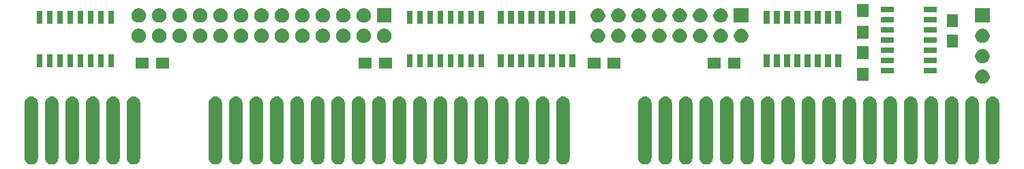
<source format=gts>
G04 #@! TF.GenerationSoftware,KiCad,Pcbnew,5.1.5*
G04 #@! TF.CreationDate,2020-05-28T21:48:18+02:00*
G04 #@! TF.ProjectId,PIV_FliFi_Slot,5049565f-466c-4694-9669-5f536c6f742e,rev?*
G04 #@! TF.SameCoordinates,Original*
G04 #@! TF.FileFunction,Soldermask,Top*
G04 #@! TF.FilePolarity,Negative*
%FSLAX46Y46*%
G04 Gerber Fmt 4.6, Leading zero omitted, Abs format (unit mm)*
G04 Created by KiCad (PCBNEW 5.1.5) date 2020-05-28 21:48:18*
%MOMM*%
%LPD*%
G04 APERTURE LIST*
%ADD10C,0.100000*%
G04 APERTURE END LIST*
D10*
G36*
X125889375Y-84669764D02*
G01*
X126042626Y-84716252D01*
X126042629Y-84716253D01*
X126183863Y-84791744D01*
X126307659Y-84893341D01*
X126409256Y-85017137D01*
X126484747Y-85158370D01*
X126484747Y-85158371D01*
X126484748Y-85158373D01*
X126531236Y-85311624D01*
X126543000Y-85431067D01*
X126543000Y-92368933D01*
X126531236Y-92488376D01*
X126484748Y-92641627D01*
X126484747Y-92641630D01*
X126409256Y-92782863D01*
X126307659Y-92906659D01*
X126183863Y-93008256D01*
X126042630Y-93083747D01*
X126042627Y-93083748D01*
X125889376Y-93130236D01*
X125730000Y-93145933D01*
X125570625Y-93130236D01*
X125417374Y-93083748D01*
X125417371Y-93083747D01*
X125276138Y-93008256D01*
X125152342Y-92906659D01*
X125050745Y-92782863D01*
X124975254Y-92641630D01*
X124975253Y-92641627D01*
X124928765Y-92488376D01*
X124917001Y-92368933D01*
X124917000Y-85431068D01*
X124928764Y-85311625D01*
X124975252Y-85158374D01*
X124975253Y-85158371D01*
X125050744Y-85017137D01*
X125152341Y-84893341D01*
X125276137Y-84791744D01*
X125417370Y-84716253D01*
X125417373Y-84716252D01*
X125570624Y-84669764D01*
X125730000Y-84654067D01*
X125889375Y-84669764D01*
G37*
G36*
X128429375Y-84669764D02*
G01*
X128582626Y-84716252D01*
X128582629Y-84716253D01*
X128723863Y-84791744D01*
X128847659Y-84893341D01*
X128949256Y-85017137D01*
X129024747Y-85158370D01*
X129024747Y-85158371D01*
X129024748Y-85158373D01*
X129071236Y-85311624D01*
X129083000Y-85431067D01*
X129083000Y-92368933D01*
X129071236Y-92488376D01*
X129024748Y-92641627D01*
X129024747Y-92641630D01*
X128949256Y-92782863D01*
X128847659Y-92906659D01*
X128723863Y-93008256D01*
X128582630Y-93083747D01*
X128582627Y-93083748D01*
X128429376Y-93130236D01*
X128270000Y-93145933D01*
X128110625Y-93130236D01*
X127957374Y-93083748D01*
X127957371Y-93083747D01*
X127816138Y-93008256D01*
X127692342Y-92906659D01*
X127590745Y-92782863D01*
X127515254Y-92641630D01*
X127515253Y-92641627D01*
X127468765Y-92488376D01*
X127457001Y-92368933D01*
X127457000Y-85431068D01*
X127468764Y-85311625D01*
X127515252Y-85158374D01*
X127515253Y-85158371D01*
X127590744Y-85017137D01*
X127692341Y-84893341D01*
X127816137Y-84791744D01*
X127957370Y-84716253D01*
X127957373Y-84716252D01*
X128110624Y-84669764D01*
X128270000Y-84654067D01*
X128429375Y-84669764D01*
G37*
G36*
X222409375Y-84669764D02*
G01*
X222562626Y-84716252D01*
X222562629Y-84716253D01*
X222703863Y-84791744D01*
X222827659Y-84893341D01*
X222929256Y-85017137D01*
X223004747Y-85158370D01*
X223004747Y-85158371D01*
X223004748Y-85158373D01*
X223051236Y-85311624D01*
X223063000Y-85431067D01*
X223063000Y-92368933D01*
X223051236Y-92488376D01*
X223004748Y-92641627D01*
X223004747Y-92641630D01*
X222929256Y-92782863D01*
X222827659Y-92906659D01*
X222703863Y-93008256D01*
X222562630Y-93083747D01*
X222562627Y-93083748D01*
X222409376Y-93130236D01*
X222250000Y-93145933D01*
X222090625Y-93130236D01*
X221937374Y-93083748D01*
X221937371Y-93083747D01*
X221796138Y-93008256D01*
X221672342Y-92906659D01*
X221570745Y-92782863D01*
X221495254Y-92641630D01*
X221495253Y-92641627D01*
X221448765Y-92488376D01*
X221437001Y-92368933D01*
X221437000Y-85431068D01*
X221448764Y-85311625D01*
X221495252Y-85158374D01*
X221495253Y-85158371D01*
X221570744Y-85017137D01*
X221672341Y-84893341D01*
X221796137Y-84791744D01*
X221937370Y-84716253D01*
X221937373Y-84716252D01*
X222090624Y-84669764D01*
X222250000Y-84654067D01*
X222409375Y-84669764D01*
G37*
G36*
X202089375Y-84669764D02*
G01*
X202242626Y-84716252D01*
X202242629Y-84716253D01*
X202383863Y-84791744D01*
X202507659Y-84893341D01*
X202609256Y-85017137D01*
X202684747Y-85158370D01*
X202684747Y-85158371D01*
X202684748Y-85158373D01*
X202731236Y-85311624D01*
X202743000Y-85431067D01*
X202743000Y-92368933D01*
X202731236Y-92488376D01*
X202684748Y-92641627D01*
X202684747Y-92641630D01*
X202609256Y-92782863D01*
X202507659Y-92906659D01*
X202383863Y-93008256D01*
X202242630Y-93083747D01*
X202242627Y-93083748D01*
X202089376Y-93130236D01*
X201930000Y-93145933D01*
X201770625Y-93130236D01*
X201617374Y-93083748D01*
X201617371Y-93083747D01*
X201476138Y-93008256D01*
X201352342Y-92906659D01*
X201250745Y-92782863D01*
X201175254Y-92641630D01*
X201175253Y-92641627D01*
X201128765Y-92488376D01*
X201117001Y-92368933D01*
X201117000Y-85431068D01*
X201128764Y-85311625D01*
X201175252Y-85158374D01*
X201175253Y-85158371D01*
X201250744Y-85017137D01*
X201352341Y-84893341D01*
X201476137Y-84791744D01*
X201617370Y-84716253D01*
X201617373Y-84716252D01*
X201770624Y-84669764D01*
X201930000Y-84654067D01*
X202089375Y-84669764D01*
G37*
G36*
X133509375Y-84669764D02*
G01*
X133662626Y-84716252D01*
X133662629Y-84716253D01*
X133803863Y-84791744D01*
X133927659Y-84893341D01*
X134029256Y-85017137D01*
X134104747Y-85158370D01*
X134104747Y-85158371D01*
X134104748Y-85158373D01*
X134151236Y-85311624D01*
X134163000Y-85431067D01*
X134163000Y-92368933D01*
X134151236Y-92488376D01*
X134104748Y-92641627D01*
X134104747Y-92641630D01*
X134029256Y-92782863D01*
X133927659Y-92906659D01*
X133803863Y-93008256D01*
X133662630Y-93083747D01*
X133662627Y-93083748D01*
X133509376Y-93130236D01*
X133350000Y-93145933D01*
X133190625Y-93130236D01*
X133037374Y-93083748D01*
X133037371Y-93083747D01*
X132896138Y-93008256D01*
X132772342Y-92906659D01*
X132670745Y-92782863D01*
X132595254Y-92641630D01*
X132595253Y-92641627D01*
X132548765Y-92488376D01*
X132537001Y-92368933D01*
X132537000Y-85431068D01*
X132548764Y-85311625D01*
X132595252Y-85158374D01*
X132595253Y-85158371D01*
X132670744Y-85017137D01*
X132772341Y-84893341D01*
X132896137Y-84791744D01*
X133037370Y-84716253D01*
X133037373Y-84716252D01*
X133190624Y-84669764D01*
X133350000Y-84654067D01*
X133509375Y-84669764D01*
G37*
G36*
X204629375Y-84669764D02*
G01*
X204782626Y-84716252D01*
X204782629Y-84716253D01*
X204923863Y-84791744D01*
X205047659Y-84893341D01*
X205149256Y-85017137D01*
X205224747Y-85158370D01*
X205224747Y-85158371D01*
X205224748Y-85158373D01*
X205271236Y-85311624D01*
X205283000Y-85431067D01*
X205283000Y-92368933D01*
X205271236Y-92488376D01*
X205224748Y-92641627D01*
X205224747Y-92641630D01*
X205149256Y-92782863D01*
X205047659Y-92906659D01*
X204923863Y-93008256D01*
X204782630Y-93083747D01*
X204782627Y-93083748D01*
X204629376Y-93130236D01*
X204470000Y-93145933D01*
X204310625Y-93130236D01*
X204157374Y-93083748D01*
X204157371Y-93083747D01*
X204016138Y-93008256D01*
X203892342Y-92906659D01*
X203790745Y-92782863D01*
X203715254Y-92641630D01*
X203715253Y-92641627D01*
X203668765Y-92488376D01*
X203657001Y-92368933D01*
X203657000Y-85431068D01*
X203668764Y-85311625D01*
X203715252Y-85158374D01*
X203715253Y-85158371D01*
X203790744Y-85017137D01*
X203892341Y-84893341D01*
X204016137Y-84791744D01*
X204157370Y-84716253D01*
X204157373Y-84716252D01*
X204310624Y-84669764D01*
X204470000Y-84654067D01*
X204629375Y-84669764D01*
G37*
G36*
X151289375Y-84669764D02*
G01*
X151442626Y-84716252D01*
X151442629Y-84716253D01*
X151583863Y-84791744D01*
X151707659Y-84893341D01*
X151809256Y-85017137D01*
X151884747Y-85158370D01*
X151884747Y-85158371D01*
X151884748Y-85158373D01*
X151931236Y-85311624D01*
X151943000Y-85431067D01*
X151943000Y-92368933D01*
X151931236Y-92488376D01*
X151884748Y-92641627D01*
X151884747Y-92641630D01*
X151809256Y-92782863D01*
X151707659Y-92906659D01*
X151583863Y-93008256D01*
X151442630Y-93083747D01*
X151442627Y-93083748D01*
X151289376Y-93130236D01*
X151130000Y-93145933D01*
X150970625Y-93130236D01*
X150817374Y-93083748D01*
X150817371Y-93083747D01*
X150676138Y-93008256D01*
X150552342Y-92906659D01*
X150450745Y-92782863D01*
X150375254Y-92641630D01*
X150375253Y-92641627D01*
X150328765Y-92488376D01*
X150317001Y-92368933D01*
X150317000Y-85431068D01*
X150328764Y-85311625D01*
X150375252Y-85158374D01*
X150375253Y-85158371D01*
X150450744Y-85017137D01*
X150552341Y-84893341D01*
X150676137Y-84791744D01*
X150817370Y-84716253D01*
X150817373Y-84716252D01*
X150970624Y-84669764D01*
X151130000Y-84654067D01*
X151289375Y-84669764D01*
G37*
G36*
X161449375Y-84669764D02*
G01*
X161602626Y-84716252D01*
X161602629Y-84716253D01*
X161743863Y-84791744D01*
X161867659Y-84893341D01*
X161969256Y-85017137D01*
X162044747Y-85158370D01*
X162044747Y-85158371D01*
X162044748Y-85158373D01*
X162091236Y-85311624D01*
X162103000Y-85431067D01*
X162103000Y-92368933D01*
X162091236Y-92488376D01*
X162044748Y-92641627D01*
X162044747Y-92641630D01*
X161969256Y-92782863D01*
X161867659Y-92906659D01*
X161743863Y-93008256D01*
X161602630Y-93083747D01*
X161602627Y-93083748D01*
X161449376Y-93130236D01*
X161290000Y-93145933D01*
X161130625Y-93130236D01*
X160977374Y-93083748D01*
X160977371Y-93083747D01*
X160836138Y-93008256D01*
X160712342Y-92906659D01*
X160610745Y-92782863D01*
X160535254Y-92641630D01*
X160535253Y-92641627D01*
X160488765Y-92488376D01*
X160477001Y-92368933D01*
X160477000Y-85431068D01*
X160488764Y-85311625D01*
X160535252Y-85158374D01*
X160535253Y-85158371D01*
X160610744Y-85017137D01*
X160712341Y-84893341D01*
X160836137Y-84791744D01*
X160977370Y-84716253D01*
X160977373Y-84716252D01*
X161130624Y-84669764D01*
X161290000Y-84654067D01*
X161449375Y-84669764D01*
G37*
G36*
X189389375Y-84669764D02*
G01*
X189542626Y-84716252D01*
X189542629Y-84716253D01*
X189683863Y-84791744D01*
X189807659Y-84893341D01*
X189909256Y-85017137D01*
X189984747Y-85158370D01*
X189984747Y-85158371D01*
X189984748Y-85158373D01*
X190031236Y-85311624D01*
X190043000Y-85431067D01*
X190043000Y-92368933D01*
X190031236Y-92488376D01*
X189984748Y-92641627D01*
X189984747Y-92641630D01*
X189909256Y-92782863D01*
X189807659Y-92906659D01*
X189683863Y-93008256D01*
X189542630Y-93083747D01*
X189542627Y-93083748D01*
X189389376Y-93130236D01*
X189230000Y-93145933D01*
X189070625Y-93130236D01*
X188917374Y-93083748D01*
X188917371Y-93083747D01*
X188776138Y-93008256D01*
X188652342Y-92906659D01*
X188550745Y-92782863D01*
X188475254Y-92641630D01*
X188475253Y-92641627D01*
X188428765Y-92488376D01*
X188417001Y-92368933D01*
X188417000Y-85431068D01*
X188428764Y-85311625D01*
X188475252Y-85158374D01*
X188475253Y-85158371D01*
X188550744Y-85017137D01*
X188652341Y-84893341D01*
X188776137Y-84791744D01*
X188917370Y-84716253D01*
X188917373Y-84716252D01*
X189070624Y-84669764D01*
X189230000Y-84654067D01*
X189389375Y-84669764D01*
G37*
G36*
X146209375Y-84669764D02*
G01*
X146362626Y-84716252D01*
X146362629Y-84716253D01*
X146503863Y-84791744D01*
X146627659Y-84893341D01*
X146729256Y-85017137D01*
X146804747Y-85158370D01*
X146804747Y-85158371D01*
X146804748Y-85158373D01*
X146851236Y-85311624D01*
X146863000Y-85431067D01*
X146863000Y-92368933D01*
X146851236Y-92488376D01*
X146804748Y-92641627D01*
X146804747Y-92641630D01*
X146729256Y-92782863D01*
X146627659Y-92906659D01*
X146503863Y-93008256D01*
X146362630Y-93083747D01*
X146362627Y-93083748D01*
X146209376Y-93130236D01*
X146050000Y-93145933D01*
X145890625Y-93130236D01*
X145737374Y-93083748D01*
X145737371Y-93083747D01*
X145596138Y-93008256D01*
X145472342Y-92906659D01*
X145370745Y-92782863D01*
X145295254Y-92641630D01*
X145295253Y-92641627D01*
X145248765Y-92488376D01*
X145237001Y-92368933D01*
X145237000Y-85431068D01*
X145248764Y-85311625D01*
X145295252Y-85158374D01*
X145295253Y-85158371D01*
X145370744Y-85017137D01*
X145472341Y-84893341D01*
X145596137Y-84791744D01*
X145737370Y-84716253D01*
X145737373Y-84716252D01*
X145890624Y-84669764D01*
X146050000Y-84654067D01*
X146209375Y-84669764D01*
G37*
G36*
X110649375Y-84669764D02*
G01*
X110802626Y-84716252D01*
X110802629Y-84716253D01*
X110943863Y-84791744D01*
X111067659Y-84893341D01*
X111169256Y-85017137D01*
X111244747Y-85158370D01*
X111244747Y-85158371D01*
X111244748Y-85158373D01*
X111291236Y-85311624D01*
X111303000Y-85431067D01*
X111303000Y-92368933D01*
X111291236Y-92488376D01*
X111244748Y-92641627D01*
X111244747Y-92641630D01*
X111169256Y-92782863D01*
X111067659Y-92906659D01*
X110943863Y-93008256D01*
X110802630Y-93083747D01*
X110802627Y-93083748D01*
X110649376Y-93130236D01*
X110490000Y-93145933D01*
X110330625Y-93130236D01*
X110177374Y-93083748D01*
X110177371Y-93083747D01*
X110036138Y-93008256D01*
X109912342Y-92906659D01*
X109810745Y-92782863D01*
X109735254Y-92641630D01*
X109735253Y-92641627D01*
X109688765Y-92488376D01*
X109677001Y-92368933D01*
X109677000Y-85431068D01*
X109688764Y-85311625D01*
X109735252Y-85158374D01*
X109735253Y-85158371D01*
X109810744Y-85017137D01*
X109912341Y-84893341D01*
X110036137Y-84791744D01*
X110177370Y-84716253D01*
X110177373Y-84716252D01*
X110330624Y-84669764D01*
X110490000Y-84654067D01*
X110649375Y-84669764D01*
G37*
G36*
X153829375Y-84669764D02*
G01*
X153982626Y-84716252D01*
X153982629Y-84716253D01*
X154123863Y-84791744D01*
X154247659Y-84893341D01*
X154349256Y-85017137D01*
X154424747Y-85158370D01*
X154424747Y-85158371D01*
X154424748Y-85158373D01*
X154471236Y-85311624D01*
X154483000Y-85431067D01*
X154483000Y-92368933D01*
X154471236Y-92488376D01*
X154424748Y-92641627D01*
X154424747Y-92641630D01*
X154349256Y-92782863D01*
X154247659Y-92906659D01*
X154123863Y-93008256D01*
X153982630Y-93083747D01*
X153982627Y-93083748D01*
X153829376Y-93130236D01*
X153670000Y-93145933D01*
X153510625Y-93130236D01*
X153357374Y-93083748D01*
X153357371Y-93083747D01*
X153216138Y-93008256D01*
X153092342Y-92906659D01*
X152990745Y-92782863D01*
X152915254Y-92641630D01*
X152915253Y-92641627D01*
X152868765Y-92488376D01*
X152857001Y-92368933D01*
X152857000Y-85431068D01*
X152868764Y-85311625D01*
X152915252Y-85158374D01*
X152915253Y-85158371D01*
X152990744Y-85017137D01*
X153092341Y-84893341D01*
X153216137Y-84791744D01*
X153357370Y-84716253D01*
X153357373Y-84716252D01*
X153510624Y-84669764D01*
X153670000Y-84654067D01*
X153829375Y-84669764D01*
G37*
G36*
X169069375Y-84669764D02*
G01*
X169222626Y-84716252D01*
X169222629Y-84716253D01*
X169363863Y-84791744D01*
X169487659Y-84893341D01*
X169589256Y-85017137D01*
X169664747Y-85158370D01*
X169664747Y-85158371D01*
X169664748Y-85158373D01*
X169711236Y-85311624D01*
X169723000Y-85431067D01*
X169723000Y-92368933D01*
X169711236Y-92488376D01*
X169664748Y-92641627D01*
X169664747Y-92641630D01*
X169589256Y-92782863D01*
X169487659Y-92906659D01*
X169363863Y-93008256D01*
X169222630Y-93083747D01*
X169222627Y-93083748D01*
X169069376Y-93130236D01*
X168910000Y-93145933D01*
X168750625Y-93130236D01*
X168597374Y-93083748D01*
X168597371Y-93083747D01*
X168456138Y-93008256D01*
X168332342Y-92906659D01*
X168230745Y-92782863D01*
X168155254Y-92641630D01*
X168155253Y-92641627D01*
X168108765Y-92488376D01*
X168097001Y-92368933D01*
X168097000Y-85431068D01*
X168108764Y-85311625D01*
X168155252Y-85158374D01*
X168155253Y-85158371D01*
X168230744Y-85017137D01*
X168332341Y-84893341D01*
X168456137Y-84791744D01*
X168597370Y-84716253D01*
X168597373Y-84716252D01*
X168750624Y-84669764D01*
X168910000Y-84654067D01*
X169069375Y-84669764D01*
G37*
G36*
X138589375Y-84669764D02*
G01*
X138742626Y-84716252D01*
X138742629Y-84716253D01*
X138883863Y-84791744D01*
X139007659Y-84893341D01*
X139109256Y-85017137D01*
X139184747Y-85158370D01*
X139184747Y-85158371D01*
X139184748Y-85158373D01*
X139231236Y-85311624D01*
X139243000Y-85431067D01*
X139243000Y-92368933D01*
X139231236Y-92488376D01*
X139184748Y-92641627D01*
X139184747Y-92641630D01*
X139109256Y-92782863D01*
X139007659Y-92906659D01*
X138883863Y-93008256D01*
X138742630Y-93083747D01*
X138742627Y-93083748D01*
X138589376Y-93130236D01*
X138430000Y-93145933D01*
X138270625Y-93130236D01*
X138117374Y-93083748D01*
X138117371Y-93083747D01*
X137976138Y-93008256D01*
X137852342Y-92906659D01*
X137750745Y-92782863D01*
X137675254Y-92641630D01*
X137675253Y-92641627D01*
X137628765Y-92488376D01*
X137617001Y-92368933D01*
X137617000Y-85431068D01*
X137628764Y-85311625D01*
X137675252Y-85158374D01*
X137675253Y-85158371D01*
X137750744Y-85017137D01*
X137852341Y-84893341D01*
X137976137Y-84791744D01*
X138117370Y-84716253D01*
X138117373Y-84716252D01*
X138270624Y-84669764D01*
X138430000Y-84654067D01*
X138589375Y-84669764D01*
G37*
G36*
X108109375Y-84669764D02*
G01*
X108262626Y-84716252D01*
X108262629Y-84716253D01*
X108403863Y-84791744D01*
X108527659Y-84893341D01*
X108629256Y-85017137D01*
X108704747Y-85158370D01*
X108704747Y-85158371D01*
X108704748Y-85158373D01*
X108751236Y-85311624D01*
X108763000Y-85431067D01*
X108763000Y-92368933D01*
X108751236Y-92488376D01*
X108704748Y-92641627D01*
X108704747Y-92641630D01*
X108629256Y-92782863D01*
X108527659Y-92906659D01*
X108403863Y-93008256D01*
X108262630Y-93083747D01*
X108262627Y-93083748D01*
X108109376Y-93130236D01*
X107950000Y-93145933D01*
X107790625Y-93130236D01*
X107637374Y-93083748D01*
X107637371Y-93083747D01*
X107496138Y-93008256D01*
X107372342Y-92906659D01*
X107270745Y-92782863D01*
X107195254Y-92641630D01*
X107195253Y-92641627D01*
X107148765Y-92488376D01*
X107137001Y-92368933D01*
X107137000Y-85431068D01*
X107148764Y-85311625D01*
X107195252Y-85158374D01*
X107195253Y-85158371D01*
X107270744Y-85017137D01*
X107372341Y-84893341D01*
X107496137Y-84791744D01*
X107637370Y-84716253D01*
X107637373Y-84716252D01*
X107790624Y-84669764D01*
X107950000Y-84654067D01*
X108109375Y-84669764D01*
G37*
G36*
X212249375Y-84669764D02*
G01*
X212402626Y-84716252D01*
X212402629Y-84716253D01*
X212543863Y-84791744D01*
X212667659Y-84893341D01*
X212769256Y-85017137D01*
X212844747Y-85158370D01*
X212844747Y-85158371D01*
X212844748Y-85158373D01*
X212891236Y-85311624D01*
X212903000Y-85431067D01*
X212903000Y-92368933D01*
X212891236Y-92488376D01*
X212844748Y-92641627D01*
X212844747Y-92641630D01*
X212769256Y-92782863D01*
X212667659Y-92906659D01*
X212543863Y-93008256D01*
X212402630Y-93083747D01*
X212402627Y-93083748D01*
X212249376Y-93130236D01*
X212090000Y-93145933D01*
X211930625Y-93130236D01*
X211777374Y-93083748D01*
X211777371Y-93083747D01*
X211636138Y-93008256D01*
X211512342Y-92906659D01*
X211410745Y-92782863D01*
X211335254Y-92641630D01*
X211335253Y-92641627D01*
X211288765Y-92488376D01*
X211277001Y-92368933D01*
X211277000Y-85431068D01*
X211288764Y-85311625D01*
X211335252Y-85158374D01*
X211335253Y-85158371D01*
X211410744Y-85017137D01*
X211512341Y-84893341D01*
X211636137Y-84791744D01*
X211777370Y-84716253D01*
X211777373Y-84716252D01*
X211930624Y-84669764D01*
X212090000Y-84654067D01*
X212249375Y-84669764D01*
G37*
G36*
X214789375Y-84669764D02*
G01*
X214942626Y-84716252D01*
X214942629Y-84716253D01*
X215083863Y-84791744D01*
X215207659Y-84893341D01*
X215309256Y-85017137D01*
X215384747Y-85158370D01*
X215384747Y-85158371D01*
X215384748Y-85158373D01*
X215431236Y-85311624D01*
X215443000Y-85431067D01*
X215443000Y-92368933D01*
X215431236Y-92488376D01*
X215384748Y-92641627D01*
X215384747Y-92641630D01*
X215309256Y-92782863D01*
X215207659Y-92906659D01*
X215083863Y-93008256D01*
X214942630Y-93083747D01*
X214942627Y-93083748D01*
X214789376Y-93130236D01*
X214630000Y-93145933D01*
X214470625Y-93130236D01*
X214317374Y-93083748D01*
X214317371Y-93083747D01*
X214176138Y-93008256D01*
X214052342Y-92906659D01*
X213950745Y-92782863D01*
X213875254Y-92641630D01*
X213875253Y-92641627D01*
X213828765Y-92488376D01*
X213817001Y-92368933D01*
X213817000Y-85431068D01*
X213828764Y-85311625D01*
X213875252Y-85158374D01*
X213875253Y-85158371D01*
X213950744Y-85017137D01*
X214052341Y-84893341D01*
X214176137Y-84791744D01*
X214317370Y-84716253D01*
X214317373Y-84716252D01*
X214470624Y-84669764D01*
X214630000Y-84654067D01*
X214789375Y-84669764D01*
G37*
G36*
X209709375Y-84669764D02*
G01*
X209862626Y-84716252D01*
X209862629Y-84716253D01*
X210003863Y-84791744D01*
X210127659Y-84893341D01*
X210229256Y-85017137D01*
X210304747Y-85158370D01*
X210304747Y-85158371D01*
X210304748Y-85158373D01*
X210351236Y-85311624D01*
X210363000Y-85431067D01*
X210363000Y-92368933D01*
X210351236Y-92488376D01*
X210304748Y-92641627D01*
X210304747Y-92641630D01*
X210229256Y-92782863D01*
X210127659Y-92906659D01*
X210003863Y-93008256D01*
X209862630Y-93083747D01*
X209862627Y-93083748D01*
X209709376Y-93130236D01*
X209550000Y-93145933D01*
X209390625Y-93130236D01*
X209237374Y-93083748D01*
X209237371Y-93083747D01*
X209096138Y-93008256D01*
X208972342Y-92906659D01*
X208870745Y-92782863D01*
X208795254Y-92641630D01*
X208795253Y-92641627D01*
X208748765Y-92488376D01*
X208737001Y-92368933D01*
X208737000Y-85431068D01*
X208748764Y-85311625D01*
X208795252Y-85158374D01*
X208795253Y-85158371D01*
X208870744Y-85017137D01*
X208972341Y-84893341D01*
X209096137Y-84791744D01*
X209237370Y-84716253D01*
X209237373Y-84716252D01*
X209390624Y-84669764D01*
X209550000Y-84654067D01*
X209709375Y-84669764D01*
G37*
G36*
X181769375Y-84669764D02*
G01*
X181922626Y-84716252D01*
X181922629Y-84716253D01*
X182063863Y-84791744D01*
X182187659Y-84893341D01*
X182289256Y-85017137D01*
X182364747Y-85158370D01*
X182364747Y-85158371D01*
X182364748Y-85158373D01*
X182411236Y-85311624D01*
X182423000Y-85431067D01*
X182423000Y-92368933D01*
X182411236Y-92488376D01*
X182364748Y-92641627D01*
X182364747Y-92641630D01*
X182289256Y-92782863D01*
X182187659Y-92906659D01*
X182063863Y-93008256D01*
X181922630Y-93083747D01*
X181922627Y-93083748D01*
X181769376Y-93130236D01*
X181610000Y-93145933D01*
X181450625Y-93130236D01*
X181297374Y-93083748D01*
X181297371Y-93083747D01*
X181156138Y-93008256D01*
X181032342Y-92906659D01*
X180930745Y-92782863D01*
X180855254Y-92641630D01*
X180855253Y-92641627D01*
X180808765Y-92488376D01*
X180797001Y-92368933D01*
X180797000Y-85431068D01*
X180808764Y-85311625D01*
X180855252Y-85158374D01*
X180855253Y-85158371D01*
X180930744Y-85017137D01*
X181032341Y-84893341D01*
X181156137Y-84791744D01*
X181297370Y-84716253D01*
X181297373Y-84716252D01*
X181450624Y-84669764D01*
X181610000Y-84654067D01*
X181769375Y-84669764D01*
G37*
G36*
X217329375Y-84669764D02*
G01*
X217482626Y-84716252D01*
X217482629Y-84716253D01*
X217623863Y-84791744D01*
X217747659Y-84893341D01*
X217849256Y-85017137D01*
X217924747Y-85158370D01*
X217924747Y-85158371D01*
X217924748Y-85158373D01*
X217971236Y-85311624D01*
X217983000Y-85431067D01*
X217983000Y-92368933D01*
X217971236Y-92488376D01*
X217924748Y-92641627D01*
X217924747Y-92641630D01*
X217849256Y-92782863D01*
X217747659Y-92906659D01*
X217623863Y-93008256D01*
X217482630Y-93083747D01*
X217482627Y-93083748D01*
X217329376Y-93130236D01*
X217170000Y-93145933D01*
X217010625Y-93130236D01*
X216857374Y-93083748D01*
X216857371Y-93083747D01*
X216716138Y-93008256D01*
X216592342Y-92906659D01*
X216490745Y-92782863D01*
X216415254Y-92641630D01*
X216415253Y-92641627D01*
X216368765Y-92488376D01*
X216357001Y-92368933D01*
X216357000Y-85431068D01*
X216368764Y-85311625D01*
X216415252Y-85158374D01*
X216415253Y-85158371D01*
X216490744Y-85017137D01*
X216592341Y-84893341D01*
X216716137Y-84791744D01*
X216857370Y-84716253D01*
X216857373Y-84716252D01*
X217010624Y-84669764D01*
X217170000Y-84654067D01*
X217329375Y-84669764D01*
G37*
G36*
X141129375Y-84669764D02*
G01*
X141282626Y-84716252D01*
X141282629Y-84716253D01*
X141423863Y-84791744D01*
X141547659Y-84893341D01*
X141649256Y-85017137D01*
X141724747Y-85158370D01*
X141724747Y-85158371D01*
X141724748Y-85158373D01*
X141771236Y-85311624D01*
X141783000Y-85431067D01*
X141783000Y-92368933D01*
X141771236Y-92488376D01*
X141724748Y-92641627D01*
X141724747Y-92641630D01*
X141649256Y-92782863D01*
X141547659Y-92906659D01*
X141423863Y-93008256D01*
X141282630Y-93083747D01*
X141282627Y-93083748D01*
X141129376Y-93130236D01*
X140970000Y-93145933D01*
X140810625Y-93130236D01*
X140657374Y-93083748D01*
X140657371Y-93083747D01*
X140516138Y-93008256D01*
X140392342Y-92906659D01*
X140290745Y-92782863D01*
X140215254Y-92641630D01*
X140215253Y-92641627D01*
X140168765Y-92488376D01*
X140157001Y-92368933D01*
X140157000Y-85431068D01*
X140168764Y-85311625D01*
X140215252Y-85158374D01*
X140215253Y-85158371D01*
X140290744Y-85017137D01*
X140392341Y-84893341D01*
X140516137Y-84791744D01*
X140657370Y-84716253D01*
X140657373Y-84716252D01*
X140810624Y-84669764D01*
X140970000Y-84654067D01*
X141129375Y-84669764D01*
G37*
G36*
X194469375Y-84669764D02*
G01*
X194622626Y-84716252D01*
X194622629Y-84716253D01*
X194763863Y-84791744D01*
X194887659Y-84893341D01*
X194989256Y-85017137D01*
X195064747Y-85158370D01*
X195064747Y-85158371D01*
X195064748Y-85158373D01*
X195111236Y-85311624D01*
X195123000Y-85431067D01*
X195123000Y-92368933D01*
X195111236Y-92488376D01*
X195064748Y-92641627D01*
X195064747Y-92641630D01*
X194989256Y-92782863D01*
X194887659Y-92906659D01*
X194763863Y-93008256D01*
X194622630Y-93083747D01*
X194622627Y-93083748D01*
X194469376Y-93130236D01*
X194310000Y-93145933D01*
X194150625Y-93130236D01*
X193997374Y-93083748D01*
X193997371Y-93083747D01*
X193856138Y-93008256D01*
X193732342Y-92906659D01*
X193630745Y-92782863D01*
X193555254Y-92641630D01*
X193555253Y-92641627D01*
X193508765Y-92488376D01*
X193497001Y-92368933D01*
X193497000Y-85431068D01*
X193508764Y-85311625D01*
X193555252Y-85158374D01*
X193555253Y-85158371D01*
X193630744Y-85017137D01*
X193732341Y-84893341D01*
X193856137Y-84791744D01*
X193997370Y-84716253D01*
X193997373Y-84716252D01*
X194150624Y-84669764D01*
X194310000Y-84654067D01*
X194469375Y-84669764D01*
G37*
G36*
X186849375Y-84669764D02*
G01*
X187002626Y-84716252D01*
X187002629Y-84716253D01*
X187143863Y-84791744D01*
X187267659Y-84893341D01*
X187369256Y-85017137D01*
X187444747Y-85158370D01*
X187444747Y-85158371D01*
X187444748Y-85158373D01*
X187491236Y-85311624D01*
X187503000Y-85431067D01*
X187503000Y-92368933D01*
X187491236Y-92488376D01*
X187444748Y-92641627D01*
X187444747Y-92641630D01*
X187369256Y-92782863D01*
X187267659Y-92906659D01*
X187143863Y-93008256D01*
X187002630Y-93083747D01*
X187002627Y-93083748D01*
X186849376Y-93130236D01*
X186690000Y-93145933D01*
X186530625Y-93130236D01*
X186377374Y-93083748D01*
X186377371Y-93083747D01*
X186236138Y-93008256D01*
X186112342Y-92906659D01*
X186010745Y-92782863D01*
X185935254Y-92641630D01*
X185935253Y-92641627D01*
X185888765Y-92488376D01*
X185877001Y-92368933D01*
X185877000Y-85431068D01*
X185888764Y-85311625D01*
X185935252Y-85158374D01*
X185935253Y-85158371D01*
X186010744Y-85017137D01*
X186112341Y-84893341D01*
X186236137Y-84791744D01*
X186377370Y-84716253D01*
X186377373Y-84716252D01*
X186530624Y-84669764D01*
X186690000Y-84654067D01*
X186849375Y-84669764D01*
G37*
G36*
X163989375Y-84669764D02*
G01*
X164142626Y-84716252D01*
X164142629Y-84716253D01*
X164283863Y-84791744D01*
X164407659Y-84893341D01*
X164509256Y-85017137D01*
X164584747Y-85158370D01*
X164584747Y-85158371D01*
X164584748Y-85158373D01*
X164631236Y-85311624D01*
X164643000Y-85431067D01*
X164643000Y-92368933D01*
X164631236Y-92488376D01*
X164584748Y-92641627D01*
X164584747Y-92641630D01*
X164509256Y-92782863D01*
X164407659Y-92906659D01*
X164283863Y-93008256D01*
X164142630Y-93083747D01*
X164142627Y-93083748D01*
X163989376Y-93130236D01*
X163830000Y-93145933D01*
X163670625Y-93130236D01*
X163517374Y-93083748D01*
X163517371Y-93083747D01*
X163376138Y-93008256D01*
X163252342Y-92906659D01*
X163150745Y-92782863D01*
X163075254Y-92641630D01*
X163075253Y-92641627D01*
X163028765Y-92488376D01*
X163017001Y-92368933D01*
X163017000Y-85431068D01*
X163028764Y-85311625D01*
X163075252Y-85158374D01*
X163075253Y-85158371D01*
X163150744Y-85017137D01*
X163252341Y-84893341D01*
X163376137Y-84791744D01*
X163517370Y-84716253D01*
X163517373Y-84716252D01*
X163670624Y-84669764D01*
X163830000Y-84654067D01*
X163989375Y-84669764D01*
G37*
G36*
X184309375Y-84669764D02*
G01*
X184462626Y-84716252D01*
X184462629Y-84716253D01*
X184603863Y-84791744D01*
X184727659Y-84893341D01*
X184829256Y-85017137D01*
X184904747Y-85158370D01*
X184904747Y-85158371D01*
X184904748Y-85158373D01*
X184951236Y-85311624D01*
X184963000Y-85431067D01*
X184963000Y-92368933D01*
X184951236Y-92488376D01*
X184904748Y-92641627D01*
X184904747Y-92641630D01*
X184829256Y-92782863D01*
X184727659Y-92906659D01*
X184603863Y-93008256D01*
X184462630Y-93083747D01*
X184462627Y-93083748D01*
X184309376Y-93130236D01*
X184150000Y-93145933D01*
X183990625Y-93130236D01*
X183837374Y-93083748D01*
X183837371Y-93083747D01*
X183696138Y-93008256D01*
X183572342Y-92906659D01*
X183470745Y-92782863D01*
X183395254Y-92641630D01*
X183395253Y-92641627D01*
X183348765Y-92488376D01*
X183337001Y-92368933D01*
X183337000Y-85431068D01*
X183348764Y-85311625D01*
X183395252Y-85158374D01*
X183395253Y-85158371D01*
X183470744Y-85017137D01*
X183572341Y-84893341D01*
X183696137Y-84791744D01*
X183837370Y-84716253D01*
X183837373Y-84716252D01*
X183990624Y-84669764D01*
X184150000Y-84654067D01*
X184309375Y-84669764D01*
G37*
G36*
X179229375Y-84669764D02*
G01*
X179382626Y-84716252D01*
X179382629Y-84716253D01*
X179523863Y-84791744D01*
X179647659Y-84893341D01*
X179749256Y-85017137D01*
X179824747Y-85158370D01*
X179824747Y-85158371D01*
X179824748Y-85158373D01*
X179871236Y-85311624D01*
X179883000Y-85431067D01*
X179883000Y-92368933D01*
X179871236Y-92488376D01*
X179824748Y-92641627D01*
X179824747Y-92641630D01*
X179749256Y-92782863D01*
X179647659Y-92906659D01*
X179523863Y-93008256D01*
X179382630Y-93083747D01*
X179382627Y-93083748D01*
X179229376Y-93130236D01*
X179070000Y-93145933D01*
X178910625Y-93130236D01*
X178757374Y-93083748D01*
X178757371Y-93083747D01*
X178616138Y-93008256D01*
X178492342Y-92906659D01*
X178390745Y-92782863D01*
X178315254Y-92641630D01*
X178315253Y-92641627D01*
X178268765Y-92488376D01*
X178257001Y-92368933D01*
X178257000Y-85431068D01*
X178268764Y-85311625D01*
X178315252Y-85158374D01*
X178315253Y-85158371D01*
X178390744Y-85017137D01*
X178492341Y-84893341D01*
X178616137Y-84791744D01*
X178757370Y-84716253D01*
X178757373Y-84716252D01*
X178910624Y-84669764D01*
X179070000Y-84654067D01*
X179229375Y-84669764D01*
G37*
G36*
X166529375Y-84669764D02*
G01*
X166682626Y-84716252D01*
X166682629Y-84716253D01*
X166823863Y-84791744D01*
X166947659Y-84893341D01*
X167049256Y-85017137D01*
X167124747Y-85158370D01*
X167124747Y-85158371D01*
X167124748Y-85158373D01*
X167171236Y-85311624D01*
X167183000Y-85431067D01*
X167183000Y-92368933D01*
X167171236Y-92488376D01*
X167124748Y-92641627D01*
X167124747Y-92641630D01*
X167049256Y-92782863D01*
X166947659Y-92906659D01*
X166823863Y-93008256D01*
X166682630Y-93083747D01*
X166682627Y-93083748D01*
X166529376Y-93130236D01*
X166370000Y-93145933D01*
X166210625Y-93130236D01*
X166057374Y-93083748D01*
X166057371Y-93083747D01*
X165916138Y-93008256D01*
X165792342Y-92906659D01*
X165690745Y-92782863D01*
X165615254Y-92641630D01*
X165615253Y-92641627D01*
X165568765Y-92488376D01*
X165557001Y-92368933D01*
X165557000Y-85431068D01*
X165568764Y-85311625D01*
X165615252Y-85158374D01*
X165615253Y-85158371D01*
X165690744Y-85017137D01*
X165792341Y-84893341D01*
X165916137Y-84791744D01*
X166057370Y-84716253D01*
X166057373Y-84716252D01*
X166210624Y-84669764D01*
X166370000Y-84654067D01*
X166529375Y-84669764D01*
G37*
G36*
X219869375Y-84669764D02*
G01*
X220022626Y-84716252D01*
X220022629Y-84716253D01*
X220163863Y-84791744D01*
X220287659Y-84893341D01*
X220389256Y-85017137D01*
X220464747Y-85158370D01*
X220464747Y-85158371D01*
X220464748Y-85158373D01*
X220511236Y-85311624D01*
X220523000Y-85431067D01*
X220523000Y-92368933D01*
X220511236Y-92488376D01*
X220464748Y-92641627D01*
X220464747Y-92641630D01*
X220389256Y-92782863D01*
X220287659Y-92906659D01*
X220163863Y-93008256D01*
X220022630Y-93083747D01*
X220022627Y-93083748D01*
X219869376Y-93130236D01*
X219710000Y-93145933D01*
X219550625Y-93130236D01*
X219397374Y-93083748D01*
X219397371Y-93083747D01*
X219256138Y-93008256D01*
X219132342Y-92906659D01*
X219030745Y-92782863D01*
X218955254Y-92641630D01*
X218955253Y-92641627D01*
X218908765Y-92488376D01*
X218897001Y-92368933D01*
X218897000Y-85431068D01*
X218908764Y-85311625D01*
X218955252Y-85158374D01*
X218955253Y-85158371D01*
X219030744Y-85017137D01*
X219132341Y-84893341D01*
X219256137Y-84791744D01*
X219397370Y-84716253D01*
X219397373Y-84716252D01*
X219550624Y-84669764D01*
X219710000Y-84654067D01*
X219869375Y-84669764D01*
G37*
G36*
X105569375Y-84669764D02*
G01*
X105722626Y-84716252D01*
X105722629Y-84716253D01*
X105863863Y-84791744D01*
X105987659Y-84893341D01*
X106089256Y-85017137D01*
X106164747Y-85158370D01*
X106164747Y-85158371D01*
X106164748Y-85158373D01*
X106211236Y-85311624D01*
X106223000Y-85431067D01*
X106223000Y-92368933D01*
X106211236Y-92488376D01*
X106164748Y-92641627D01*
X106164747Y-92641630D01*
X106089256Y-92782863D01*
X105987659Y-92906659D01*
X105863863Y-93008256D01*
X105722630Y-93083747D01*
X105722627Y-93083748D01*
X105569376Y-93130236D01*
X105410000Y-93145933D01*
X105250625Y-93130236D01*
X105097374Y-93083748D01*
X105097371Y-93083747D01*
X104956138Y-93008256D01*
X104832342Y-92906659D01*
X104730745Y-92782863D01*
X104655254Y-92641630D01*
X104655253Y-92641627D01*
X104608765Y-92488376D01*
X104597001Y-92368933D01*
X104597000Y-85431068D01*
X104608764Y-85311625D01*
X104655252Y-85158374D01*
X104655253Y-85158371D01*
X104730744Y-85017137D01*
X104832341Y-84893341D01*
X104956137Y-84791744D01*
X105097370Y-84716253D01*
X105097373Y-84716252D01*
X105250624Y-84669764D01*
X105410000Y-84654067D01*
X105569375Y-84669764D01*
G37*
G36*
X136049375Y-84669764D02*
G01*
X136202626Y-84716252D01*
X136202629Y-84716253D01*
X136343863Y-84791744D01*
X136467659Y-84893341D01*
X136569256Y-85017137D01*
X136644747Y-85158370D01*
X136644747Y-85158371D01*
X136644748Y-85158373D01*
X136691236Y-85311624D01*
X136703000Y-85431067D01*
X136703000Y-92368933D01*
X136691236Y-92488376D01*
X136644748Y-92641627D01*
X136644747Y-92641630D01*
X136569256Y-92782863D01*
X136467659Y-92906659D01*
X136343863Y-93008256D01*
X136202630Y-93083747D01*
X136202627Y-93083748D01*
X136049376Y-93130236D01*
X135890000Y-93145933D01*
X135730625Y-93130236D01*
X135577374Y-93083748D01*
X135577371Y-93083747D01*
X135436138Y-93008256D01*
X135312342Y-92906659D01*
X135210745Y-92782863D01*
X135135254Y-92641630D01*
X135135253Y-92641627D01*
X135088765Y-92488376D01*
X135077001Y-92368933D01*
X135077000Y-85431068D01*
X135088764Y-85311625D01*
X135135252Y-85158374D01*
X135135253Y-85158371D01*
X135210744Y-85017137D01*
X135312341Y-84893341D01*
X135436137Y-84791744D01*
X135577370Y-84716253D01*
X135577373Y-84716252D01*
X135730624Y-84669764D01*
X135890000Y-84654067D01*
X136049375Y-84669764D01*
G37*
G36*
X103029375Y-84669764D02*
G01*
X103182626Y-84716252D01*
X103182629Y-84716253D01*
X103323863Y-84791744D01*
X103447659Y-84893341D01*
X103549256Y-85017137D01*
X103624747Y-85158370D01*
X103624747Y-85158371D01*
X103624748Y-85158373D01*
X103671236Y-85311624D01*
X103683000Y-85431067D01*
X103683000Y-92368933D01*
X103671236Y-92488376D01*
X103624748Y-92641627D01*
X103624747Y-92641630D01*
X103549256Y-92782863D01*
X103447659Y-92906659D01*
X103323863Y-93008256D01*
X103182630Y-93083747D01*
X103182627Y-93083748D01*
X103029376Y-93130236D01*
X102870000Y-93145933D01*
X102710625Y-93130236D01*
X102557374Y-93083748D01*
X102557371Y-93083747D01*
X102416138Y-93008256D01*
X102292342Y-92906659D01*
X102190745Y-92782863D01*
X102115254Y-92641630D01*
X102115253Y-92641627D01*
X102068765Y-92488376D01*
X102057001Y-92368933D01*
X102057000Y-85431068D01*
X102068764Y-85311625D01*
X102115252Y-85158374D01*
X102115253Y-85158371D01*
X102190744Y-85017137D01*
X102292341Y-84893341D01*
X102416137Y-84791744D01*
X102557370Y-84716253D01*
X102557373Y-84716252D01*
X102710624Y-84669764D01*
X102870000Y-84654067D01*
X103029375Y-84669764D01*
G37*
G36*
X199549375Y-84669764D02*
G01*
X199702626Y-84716252D01*
X199702629Y-84716253D01*
X199843863Y-84791744D01*
X199967659Y-84893341D01*
X200069256Y-85017137D01*
X200144747Y-85158370D01*
X200144747Y-85158371D01*
X200144748Y-85158373D01*
X200191236Y-85311624D01*
X200203000Y-85431067D01*
X200203000Y-92368933D01*
X200191236Y-92488376D01*
X200144748Y-92641627D01*
X200144747Y-92641630D01*
X200069256Y-92782863D01*
X199967659Y-92906659D01*
X199843863Y-93008256D01*
X199702630Y-93083747D01*
X199702627Y-93083748D01*
X199549376Y-93130236D01*
X199390000Y-93145933D01*
X199230625Y-93130236D01*
X199077374Y-93083748D01*
X199077371Y-93083747D01*
X198936138Y-93008256D01*
X198812342Y-92906659D01*
X198710745Y-92782863D01*
X198635254Y-92641630D01*
X198635253Y-92641627D01*
X198588765Y-92488376D01*
X198577001Y-92368933D01*
X198577000Y-85431068D01*
X198588764Y-85311625D01*
X198635252Y-85158374D01*
X198635253Y-85158371D01*
X198710744Y-85017137D01*
X198812341Y-84893341D01*
X198936137Y-84791744D01*
X199077370Y-84716253D01*
X199077373Y-84716252D01*
X199230624Y-84669764D01*
X199390000Y-84654067D01*
X199549375Y-84669764D01*
G37*
G36*
X207169375Y-84669764D02*
G01*
X207322626Y-84716252D01*
X207322629Y-84716253D01*
X207463863Y-84791744D01*
X207587659Y-84893341D01*
X207689256Y-85017137D01*
X207764747Y-85158370D01*
X207764747Y-85158371D01*
X207764748Y-85158373D01*
X207811236Y-85311624D01*
X207823000Y-85431067D01*
X207823000Y-92368933D01*
X207811236Y-92488376D01*
X207764748Y-92641627D01*
X207764747Y-92641630D01*
X207689256Y-92782863D01*
X207587659Y-92906659D01*
X207463863Y-93008256D01*
X207322630Y-93083747D01*
X207322627Y-93083748D01*
X207169376Y-93130236D01*
X207010000Y-93145933D01*
X206850625Y-93130236D01*
X206697374Y-93083748D01*
X206697371Y-93083747D01*
X206556138Y-93008256D01*
X206432342Y-92906659D01*
X206330745Y-92782863D01*
X206255254Y-92641630D01*
X206255253Y-92641627D01*
X206208765Y-92488376D01*
X206197001Y-92368933D01*
X206197000Y-85431068D01*
X206208764Y-85311625D01*
X206255252Y-85158374D01*
X206255253Y-85158371D01*
X206330744Y-85017137D01*
X206432341Y-84893341D01*
X206556137Y-84791744D01*
X206697370Y-84716253D01*
X206697373Y-84716252D01*
X206850624Y-84669764D01*
X207010000Y-84654067D01*
X207169375Y-84669764D01*
G37*
G36*
X197009375Y-84669764D02*
G01*
X197162626Y-84716252D01*
X197162629Y-84716253D01*
X197303863Y-84791744D01*
X197427659Y-84893341D01*
X197529256Y-85017137D01*
X197604747Y-85158370D01*
X197604747Y-85158371D01*
X197604748Y-85158373D01*
X197651236Y-85311624D01*
X197663000Y-85431067D01*
X197663000Y-92368933D01*
X197651236Y-92488376D01*
X197604748Y-92641627D01*
X197604747Y-92641630D01*
X197529256Y-92782863D01*
X197427659Y-92906659D01*
X197303863Y-93008256D01*
X197162630Y-93083747D01*
X197162627Y-93083748D01*
X197009376Y-93130236D01*
X196850000Y-93145933D01*
X196690625Y-93130236D01*
X196537374Y-93083748D01*
X196537371Y-93083747D01*
X196396138Y-93008256D01*
X196272342Y-92906659D01*
X196170745Y-92782863D01*
X196095254Y-92641630D01*
X196095253Y-92641627D01*
X196048765Y-92488376D01*
X196037001Y-92368933D01*
X196037000Y-85431068D01*
X196048764Y-85311625D01*
X196095252Y-85158374D01*
X196095253Y-85158371D01*
X196170744Y-85017137D01*
X196272341Y-84893341D01*
X196396137Y-84791744D01*
X196537370Y-84716253D01*
X196537373Y-84716252D01*
X196690624Y-84669764D01*
X196850000Y-84654067D01*
X197009375Y-84669764D01*
G37*
G36*
X130969375Y-84669764D02*
G01*
X131122626Y-84716252D01*
X131122629Y-84716253D01*
X131263863Y-84791744D01*
X131387659Y-84893341D01*
X131489256Y-85017137D01*
X131564747Y-85158370D01*
X131564747Y-85158371D01*
X131564748Y-85158373D01*
X131611236Y-85311624D01*
X131623000Y-85431067D01*
X131623000Y-92368933D01*
X131611236Y-92488376D01*
X131564748Y-92641627D01*
X131564747Y-92641630D01*
X131489256Y-92782863D01*
X131387659Y-92906659D01*
X131263863Y-93008256D01*
X131122630Y-93083747D01*
X131122627Y-93083748D01*
X130969376Y-93130236D01*
X130810000Y-93145933D01*
X130650625Y-93130236D01*
X130497374Y-93083748D01*
X130497371Y-93083747D01*
X130356138Y-93008256D01*
X130232342Y-92906659D01*
X130130745Y-92782863D01*
X130055254Y-92641630D01*
X130055253Y-92641627D01*
X130008765Y-92488376D01*
X129997001Y-92368933D01*
X129997000Y-85431068D01*
X130008764Y-85311625D01*
X130055252Y-85158374D01*
X130055253Y-85158371D01*
X130130744Y-85017137D01*
X130232341Y-84893341D01*
X130356137Y-84791744D01*
X130497370Y-84716253D01*
X130497373Y-84716252D01*
X130650624Y-84669764D01*
X130810000Y-84654067D01*
X130969375Y-84669764D01*
G37*
G36*
X158909375Y-84669764D02*
G01*
X159062626Y-84716252D01*
X159062629Y-84716253D01*
X159203863Y-84791744D01*
X159327659Y-84893341D01*
X159429256Y-85017137D01*
X159504747Y-85158370D01*
X159504747Y-85158371D01*
X159504748Y-85158373D01*
X159551236Y-85311624D01*
X159563000Y-85431067D01*
X159563000Y-92368933D01*
X159551236Y-92488376D01*
X159504748Y-92641627D01*
X159504747Y-92641630D01*
X159429256Y-92782863D01*
X159327659Y-92906659D01*
X159203863Y-93008256D01*
X159062630Y-93083747D01*
X159062627Y-93083748D01*
X158909376Y-93130236D01*
X158750000Y-93145933D01*
X158590625Y-93130236D01*
X158437374Y-93083748D01*
X158437371Y-93083747D01*
X158296138Y-93008256D01*
X158172342Y-92906659D01*
X158070745Y-92782863D01*
X157995254Y-92641630D01*
X157995253Y-92641627D01*
X157948765Y-92488376D01*
X157937001Y-92368933D01*
X157937000Y-85431068D01*
X157948764Y-85311625D01*
X157995252Y-85158374D01*
X157995253Y-85158371D01*
X158070744Y-85017137D01*
X158172341Y-84893341D01*
X158296137Y-84791744D01*
X158437370Y-84716253D01*
X158437373Y-84716252D01*
X158590624Y-84669764D01*
X158750000Y-84654067D01*
X158909375Y-84669764D01*
G37*
G36*
X113189375Y-84669764D02*
G01*
X113342626Y-84716252D01*
X113342629Y-84716253D01*
X113483863Y-84791744D01*
X113607659Y-84893341D01*
X113709256Y-85017137D01*
X113784747Y-85158370D01*
X113784747Y-85158371D01*
X113784748Y-85158373D01*
X113831236Y-85311624D01*
X113843000Y-85431067D01*
X113843000Y-92368933D01*
X113831236Y-92488376D01*
X113784748Y-92641627D01*
X113784747Y-92641630D01*
X113709256Y-92782863D01*
X113607659Y-92906659D01*
X113483863Y-93008256D01*
X113342630Y-93083747D01*
X113342627Y-93083748D01*
X113189376Y-93130236D01*
X113030000Y-93145933D01*
X112870625Y-93130236D01*
X112717374Y-93083748D01*
X112717371Y-93083747D01*
X112576138Y-93008256D01*
X112452342Y-92906659D01*
X112350745Y-92782863D01*
X112275254Y-92641630D01*
X112275253Y-92641627D01*
X112228765Y-92488376D01*
X112217001Y-92368933D01*
X112217000Y-85431068D01*
X112228764Y-85311625D01*
X112275252Y-85158374D01*
X112275253Y-85158371D01*
X112350744Y-85017137D01*
X112452341Y-84893341D01*
X112576137Y-84791744D01*
X112717370Y-84716253D01*
X112717373Y-84716252D01*
X112870624Y-84669764D01*
X113030000Y-84654067D01*
X113189375Y-84669764D01*
G37*
G36*
X115729375Y-84669764D02*
G01*
X115882626Y-84716252D01*
X115882629Y-84716253D01*
X116023863Y-84791744D01*
X116147659Y-84893341D01*
X116249256Y-85017137D01*
X116324747Y-85158370D01*
X116324747Y-85158371D01*
X116324748Y-85158373D01*
X116371236Y-85311624D01*
X116383000Y-85431067D01*
X116383000Y-92368933D01*
X116371236Y-92488376D01*
X116324748Y-92641627D01*
X116324747Y-92641630D01*
X116249256Y-92782863D01*
X116147659Y-92906659D01*
X116023863Y-93008256D01*
X115882630Y-93083747D01*
X115882627Y-93083748D01*
X115729376Y-93130236D01*
X115570000Y-93145933D01*
X115410625Y-93130236D01*
X115257374Y-93083748D01*
X115257371Y-93083747D01*
X115116138Y-93008256D01*
X114992342Y-92906659D01*
X114890745Y-92782863D01*
X114815254Y-92641630D01*
X114815253Y-92641627D01*
X114768765Y-92488376D01*
X114757001Y-92368933D01*
X114757000Y-85431068D01*
X114768764Y-85311625D01*
X114815252Y-85158374D01*
X114815253Y-85158371D01*
X114890744Y-85017137D01*
X114992341Y-84893341D01*
X115116137Y-84791744D01*
X115257370Y-84716253D01*
X115257373Y-84716252D01*
X115410624Y-84669764D01*
X115570000Y-84654067D01*
X115729375Y-84669764D01*
G37*
G36*
X191929375Y-84669764D02*
G01*
X192082626Y-84716252D01*
X192082629Y-84716253D01*
X192223863Y-84791744D01*
X192347659Y-84893341D01*
X192449256Y-85017137D01*
X192524747Y-85158370D01*
X192524747Y-85158371D01*
X192524748Y-85158373D01*
X192571236Y-85311624D01*
X192583000Y-85431067D01*
X192583000Y-92368933D01*
X192571236Y-92488376D01*
X192524748Y-92641627D01*
X192524747Y-92641630D01*
X192449256Y-92782863D01*
X192347659Y-92906659D01*
X192223863Y-93008256D01*
X192082630Y-93083747D01*
X192082627Y-93083748D01*
X191929376Y-93130236D01*
X191770000Y-93145933D01*
X191610625Y-93130236D01*
X191457374Y-93083748D01*
X191457371Y-93083747D01*
X191316138Y-93008256D01*
X191192342Y-92906659D01*
X191090745Y-92782863D01*
X191015254Y-92641630D01*
X191015253Y-92641627D01*
X190968765Y-92488376D01*
X190957001Y-92368933D01*
X190957000Y-85431068D01*
X190968764Y-85311625D01*
X191015252Y-85158374D01*
X191015253Y-85158371D01*
X191090744Y-85017137D01*
X191192341Y-84893341D01*
X191316137Y-84791744D01*
X191457370Y-84716253D01*
X191457373Y-84716252D01*
X191610624Y-84669764D01*
X191770000Y-84654067D01*
X191929375Y-84669764D01*
G37*
G36*
X148749375Y-84669764D02*
G01*
X148902626Y-84716252D01*
X148902629Y-84716253D01*
X149043863Y-84791744D01*
X149167659Y-84893341D01*
X149269256Y-85017137D01*
X149344747Y-85158370D01*
X149344747Y-85158371D01*
X149344748Y-85158373D01*
X149391236Y-85311624D01*
X149403000Y-85431067D01*
X149403000Y-92368933D01*
X149391236Y-92488376D01*
X149344748Y-92641627D01*
X149344747Y-92641630D01*
X149269256Y-92782863D01*
X149167659Y-92906659D01*
X149043863Y-93008256D01*
X148902630Y-93083747D01*
X148902627Y-93083748D01*
X148749376Y-93130236D01*
X148590000Y-93145933D01*
X148430625Y-93130236D01*
X148277374Y-93083748D01*
X148277371Y-93083747D01*
X148136138Y-93008256D01*
X148012342Y-92906659D01*
X147910745Y-92782863D01*
X147835254Y-92641630D01*
X147835253Y-92641627D01*
X147788765Y-92488376D01*
X147777001Y-92368933D01*
X147777000Y-85431068D01*
X147788764Y-85311625D01*
X147835252Y-85158374D01*
X147835253Y-85158371D01*
X147910744Y-85017137D01*
X148012341Y-84893341D01*
X148136137Y-84791744D01*
X148277370Y-84716253D01*
X148277373Y-84716252D01*
X148430624Y-84669764D01*
X148590000Y-84654067D01*
X148749375Y-84669764D01*
G37*
G36*
X143669375Y-84669764D02*
G01*
X143822626Y-84716252D01*
X143822629Y-84716253D01*
X143963863Y-84791744D01*
X144087659Y-84893341D01*
X144189256Y-85017137D01*
X144264747Y-85158370D01*
X144264747Y-85158371D01*
X144264748Y-85158373D01*
X144311236Y-85311624D01*
X144323000Y-85431067D01*
X144323000Y-92368933D01*
X144311236Y-92488376D01*
X144264748Y-92641627D01*
X144264747Y-92641630D01*
X144189256Y-92782863D01*
X144087659Y-92906659D01*
X143963863Y-93008256D01*
X143822630Y-93083747D01*
X143822627Y-93083748D01*
X143669376Y-93130236D01*
X143510000Y-93145933D01*
X143350625Y-93130236D01*
X143197374Y-93083748D01*
X143197371Y-93083747D01*
X143056138Y-93008256D01*
X142932342Y-92906659D01*
X142830745Y-92782863D01*
X142755254Y-92641630D01*
X142755253Y-92641627D01*
X142708765Y-92488376D01*
X142697001Y-92368933D01*
X142697000Y-85431068D01*
X142708764Y-85311625D01*
X142755252Y-85158374D01*
X142755253Y-85158371D01*
X142830744Y-85017137D01*
X142932341Y-84893341D01*
X143056137Y-84791744D01*
X143197370Y-84716253D01*
X143197373Y-84716252D01*
X143350624Y-84669764D01*
X143510000Y-84654067D01*
X143669375Y-84669764D01*
G37*
G36*
X156369375Y-84669764D02*
G01*
X156522626Y-84716252D01*
X156522629Y-84716253D01*
X156663863Y-84791744D01*
X156787659Y-84893341D01*
X156889256Y-85017137D01*
X156964747Y-85158370D01*
X156964747Y-85158371D01*
X156964748Y-85158373D01*
X157011236Y-85311624D01*
X157023000Y-85431067D01*
X157023000Y-92368933D01*
X157011236Y-92488376D01*
X156964748Y-92641627D01*
X156964747Y-92641630D01*
X156889256Y-92782863D01*
X156787659Y-92906659D01*
X156663863Y-93008256D01*
X156522630Y-93083747D01*
X156522627Y-93083748D01*
X156369376Y-93130236D01*
X156210000Y-93145933D01*
X156050625Y-93130236D01*
X155897374Y-93083748D01*
X155897371Y-93083747D01*
X155756138Y-93008256D01*
X155632342Y-92906659D01*
X155530745Y-92782863D01*
X155455254Y-92641630D01*
X155455253Y-92641627D01*
X155408765Y-92488376D01*
X155397001Y-92368933D01*
X155397000Y-85431068D01*
X155408764Y-85311625D01*
X155455252Y-85158374D01*
X155455253Y-85158371D01*
X155530744Y-85017137D01*
X155632341Y-84893341D01*
X155756137Y-84791744D01*
X155897370Y-84716253D01*
X155897373Y-84716252D01*
X156050624Y-84669764D01*
X156210000Y-84654067D01*
X156369375Y-84669764D01*
G37*
G36*
X221093512Y-81272927D02*
G01*
X221242812Y-81302624D01*
X221406784Y-81370544D01*
X221554354Y-81469147D01*
X221679853Y-81594646D01*
X221778456Y-81742216D01*
X221846376Y-81906188D01*
X221881000Y-82080259D01*
X221881000Y-82257741D01*
X221846376Y-82431812D01*
X221778456Y-82595784D01*
X221679853Y-82743354D01*
X221554354Y-82868853D01*
X221406784Y-82967456D01*
X221242812Y-83035376D01*
X221093512Y-83065073D01*
X221068742Y-83070000D01*
X220891258Y-83070000D01*
X220866488Y-83065073D01*
X220717188Y-83035376D01*
X220553216Y-82967456D01*
X220405646Y-82868853D01*
X220280147Y-82743354D01*
X220181544Y-82595784D01*
X220113624Y-82431812D01*
X220079000Y-82257741D01*
X220079000Y-82080259D01*
X220113624Y-81906188D01*
X220181544Y-81742216D01*
X220280147Y-81594646D01*
X220405646Y-81469147D01*
X220553216Y-81370544D01*
X220717188Y-81302624D01*
X220866488Y-81272927D01*
X220891258Y-81268000D01*
X221068742Y-81268000D01*
X221093512Y-81272927D01*
G37*
G36*
X206822000Y-82669000D02*
G01*
X205420000Y-82669000D01*
X205420000Y-81067000D01*
X206822000Y-81067000D01*
X206822000Y-82669000D01*
G37*
G36*
X215337000Y-81758000D02*
G01*
X213735000Y-81758000D01*
X213735000Y-81056000D01*
X215337000Y-81056000D01*
X215337000Y-81758000D01*
G37*
G36*
X209937000Y-81758000D02*
G01*
X208335000Y-81758000D01*
X208335000Y-81056000D01*
X209937000Y-81056000D01*
X209937000Y-81758000D01*
G37*
G36*
X176028300Y-81206700D02*
G01*
X174426300Y-81206700D01*
X174426300Y-79854700D01*
X176028300Y-79854700D01*
X176028300Y-81206700D01*
G37*
G36*
X188463500Y-81206700D02*
G01*
X186861500Y-81206700D01*
X186861500Y-79854700D01*
X188463500Y-79854700D01*
X188463500Y-81206700D01*
G37*
G36*
X190963500Y-81206700D02*
G01*
X189361500Y-81206700D01*
X189361500Y-79854700D01*
X190963500Y-79854700D01*
X190963500Y-81206700D01*
G37*
G36*
X145156500Y-81206700D02*
G01*
X143554500Y-81206700D01*
X143554500Y-79854700D01*
X145156500Y-79854700D01*
X145156500Y-81206700D01*
G37*
G36*
X117445100Y-81206700D02*
G01*
X115843100Y-81206700D01*
X115843100Y-79854700D01*
X117445100Y-79854700D01*
X117445100Y-81206700D01*
G37*
G36*
X119945100Y-81206700D02*
G01*
X118343100Y-81206700D01*
X118343100Y-79854700D01*
X119945100Y-79854700D01*
X119945100Y-81206700D01*
G37*
G36*
X173528300Y-81206700D02*
G01*
X171926300Y-81206700D01*
X171926300Y-79854700D01*
X173528300Y-79854700D01*
X173528300Y-81206700D01*
G37*
G36*
X147656500Y-81206700D02*
G01*
X146054500Y-81206700D01*
X146054500Y-79854700D01*
X147656500Y-79854700D01*
X147656500Y-81206700D01*
G37*
G36*
X194534000Y-80971000D02*
G01*
X193832000Y-80971000D01*
X193832000Y-79369000D01*
X194534000Y-79369000D01*
X194534000Y-80971000D01*
G37*
G36*
X104224300Y-80971000D02*
G01*
X103522300Y-80971000D01*
X103522300Y-79369000D01*
X104224300Y-79369000D01*
X104224300Y-80971000D01*
G37*
G36*
X167864000Y-80971000D02*
G01*
X167162000Y-80971000D01*
X167162000Y-79369000D01*
X167864000Y-79369000D01*
X167864000Y-80971000D01*
G37*
G36*
X170404000Y-80971000D02*
G01*
X169702000Y-80971000D01*
X169702000Y-79369000D01*
X170404000Y-79369000D01*
X170404000Y-80971000D01*
G37*
G36*
X169134000Y-80971000D02*
G01*
X168432000Y-80971000D01*
X168432000Y-79369000D01*
X169134000Y-79369000D01*
X169134000Y-80971000D01*
G37*
G36*
X154021000Y-80971000D02*
G01*
X153319000Y-80971000D01*
X153319000Y-79369000D01*
X154021000Y-79369000D01*
X154021000Y-80971000D01*
G37*
G36*
X166594000Y-80971000D02*
G01*
X165892000Y-80971000D01*
X165892000Y-79369000D01*
X166594000Y-79369000D01*
X166594000Y-80971000D01*
G37*
G36*
X165324000Y-80971000D02*
G01*
X164622000Y-80971000D01*
X164622000Y-79369000D01*
X165324000Y-79369000D01*
X165324000Y-80971000D01*
G37*
G36*
X164054000Y-80971000D02*
G01*
X163352000Y-80971000D01*
X163352000Y-79369000D01*
X164054000Y-79369000D01*
X164054000Y-80971000D01*
G37*
G36*
X162784000Y-80971000D02*
G01*
X162082000Y-80971000D01*
X162082000Y-79369000D01*
X162784000Y-79369000D01*
X162784000Y-80971000D01*
G37*
G36*
X161514000Y-80971000D02*
G01*
X160812000Y-80971000D01*
X160812000Y-79369000D01*
X161514000Y-79369000D01*
X161514000Y-80971000D01*
G37*
G36*
X159101000Y-80971000D02*
G01*
X158399000Y-80971000D01*
X158399000Y-79369000D01*
X159101000Y-79369000D01*
X159101000Y-80971000D01*
G37*
G36*
X157831000Y-80971000D02*
G01*
X157129000Y-80971000D01*
X157129000Y-79369000D01*
X157831000Y-79369000D01*
X157831000Y-80971000D01*
G37*
G36*
X152751000Y-80971000D02*
G01*
X152049000Y-80971000D01*
X152049000Y-79369000D01*
X152751000Y-79369000D01*
X152751000Y-80971000D01*
G37*
G36*
X156561000Y-80971000D02*
G01*
X155859000Y-80971000D01*
X155859000Y-79369000D01*
X156561000Y-79369000D01*
X156561000Y-80971000D01*
G37*
G36*
X155291000Y-80971000D02*
G01*
X154589000Y-80971000D01*
X154589000Y-79369000D01*
X155291000Y-79369000D01*
X155291000Y-80971000D01*
G37*
G36*
X197074000Y-80971000D02*
G01*
X196372000Y-80971000D01*
X196372000Y-79369000D01*
X197074000Y-79369000D01*
X197074000Y-80971000D01*
G37*
G36*
X109304300Y-80971000D02*
G01*
X108602300Y-80971000D01*
X108602300Y-79369000D01*
X109304300Y-79369000D01*
X109304300Y-80971000D01*
G37*
G36*
X110574300Y-80971000D02*
G01*
X109872300Y-80971000D01*
X109872300Y-79369000D01*
X110574300Y-79369000D01*
X110574300Y-80971000D01*
G37*
G36*
X151481000Y-80971000D02*
G01*
X150779000Y-80971000D01*
X150779000Y-79369000D01*
X151481000Y-79369000D01*
X151481000Y-80971000D01*
G37*
G36*
X150211000Y-80971000D02*
G01*
X149509000Y-80971000D01*
X149509000Y-79369000D01*
X150211000Y-79369000D01*
X150211000Y-80971000D01*
G37*
G36*
X113114300Y-80971000D02*
G01*
X112412300Y-80971000D01*
X112412300Y-79369000D01*
X113114300Y-79369000D01*
X113114300Y-80971000D01*
G37*
G36*
X111844300Y-80971000D02*
G01*
X111142300Y-80971000D01*
X111142300Y-79369000D01*
X111844300Y-79369000D01*
X111844300Y-80971000D01*
G37*
G36*
X108034300Y-80971000D02*
G01*
X107332300Y-80971000D01*
X107332300Y-79369000D01*
X108034300Y-79369000D01*
X108034300Y-80971000D01*
G37*
G36*
X106764300Y-80971000D02*
G01*
X106062300Y-80971000D01*
X106062300Y-79369000D01*
X106764300Y-79369000D01*
X106764300Y-80971000D01*
G37*
G36*
X105494300Y-80971000D02*
G01*
X104792300Y-80971000D01*
X104792300Y-79369000D01*
X105494300Y-79369000D01*
X105494300Y-80971000D01*
G37*
G36*
X203424000Y-80971000D02*
G01*
X202722000Y-80971000D01*
X202722000Y-79369000D01*
X203424000Y-79369000D01*
X203424000Y-80971000D01*
G37*
G36*
X202154000Y-80971000D02*
G01*
X201452000Y-80971000D01*
X201452000Y-79369000D01*
X202154000Y-79369000D01*
X202154000Y-80971000D01*
G37*
G36*
X200884000Y-80971000D02*
G01*
X200182000Y-80971000D01*
X200182000Y-79369000D01*
X200884000Y-79369000D01*
X200884000Y-80971000D01*
G37*
G36*
X199614000Y-80971000D02*
G01*
X198912000Y-80971000D01*
X198912000Y-79369000D01*
X199614000Y-79369000D01*
X199614000Y-80971000D01*
G37*
G36*
X198344000Y-80971000D02*
G01*
X197642000Y-80971000D01*
X197642000Y-79369000D01*
X198344000Y-79369000D01*
X198344000Y-80971000D01*
G37*
G36*
X195804000Y-80971000D02*
G01*
X195102000Y-80971000D01*
X195102000Y-79369000D01*
X195804000Y-79369000D01*
X195804000Y-80971000D01*
G37*
G36*
X221093512Y-78732927D02*
G01*
X221242812Y-78762624D01*
X221406784Y-78830544D01*
X221554354Y-78929147D01*
X221679853Y-79054646D01*
X221778456Y-79202216D01*
X221846376Y-79366188D01*
X221881000Y-79540259D01*
X221881000Y-79717741D01*
X221846376Y-79891812D01*
X221778456Y-80055784D01*
X221679853Y-80203354D01*
X221554354Y-80328853D01*
X221406784Y-80427456D01*
X221242812Y-80495376D01*
X221093512Y-80525073D01*
X221068742Y-80530000D01*
X220891258Y-80530000D01*
X220866488Y-80525073D01*
X220717188Y-80495376D01*
X220553216Y-80427456D01*
X220405646Y-80328853D01*
X220280147Y-80203354D01*
X220181544Y-80055784D01*
X220113624Y-79891812D01*
X220079000Y-79717741D01*
X220079000Y-79540259D01*
X220113624Y-79366188D01*
X220181544Y-79202216D01*
X220280147Y-79054646D01*
X220405646Y-78929147D01*
X220553216Y-78830544D01*
X220717188Y-78762624D01*
X220866488Y-78732927D01*
X220891258Y-78728000D01*
X221068742Y-78728000D01*
X221093512Y-78732927D01*
G37*
G36*
X215337000Y-80488000D02*
G01*
X213735000Y-80488000D01*
X213735000Y-79786000D01*
X215337000Y-79786000D01*
X215337000Y-80488000D01*
G37*
G36*
X209937000Y-80488000D02*
G01*
X208335000Y-80488000D01*
X208335000Y-79786000D01*
X209937000Y-79786000D01*
X209937000Y-80488000D01*
G37*
G36*
X206822000Y-79969000D02*
G01*
X205420000Y-79969000D01*
X205420000Y-78367000D01*
X206822000Y-78367000D01*
X206822000Y-79969000D01*
G37*
G36*
X215337000Y-79218000D02*
G01*
X213735000Y-79218000D01*
X213735000Y-78516000D01*
X215337000Y-78516000D01*
X215337000Y-79218000D01*
G37*
G36*
X209937000Y-79218000D02*
G01*
X208335000Y-79218000D01*
X208335000Y-78516000D01*
X209937000Y-78516000D01*
X209937000Y-79218000D01*
G37*
G36*
X217973000Y-78505000D02*
G01*
X216621000Y-78505000D01*
X216621000Y-76903000D01*
X217973000Y-76903000D01*
X217973000Y-78505000D01*
G37*
G36*
X131558512Y-76192927D02*
G01*
X131707812Y-76222624D01*
X131871784Y-76290544D01*
X132019354Y-76389147D01*
X132144853Y-76514646D01*
X132243456Y-76662216D01*
X132311376Y-76826188D01*
X132346000Y-77000259D01*
X132346000Y-77177741D01*
X132311376Y-77351812D01*
X132243456Y-77515784D01*
X132144853Y-77663354D01*
X132019354Y-77788853D01*
X131871784Y-77887456D01*
X131707812Y-77955376D01*
X131558512Y-77985073D01*
X131533742Y-77990000D01*
X131356258Y-77990000D01*
X131331488Y-77985073D01*
X131182188Y-77955376D01*
X131018216Y-77887456D01*
X130870646Y-77788853D01*
X130745147Y-77663354D01*
X130646544Y-77515784D01*
X130578624Y-77351812D01*
X130544000Y-77177741D01*
X130544000Y-77000259D01*
X130578624Y-76826188D01*
X130646544Y-76662216D01*
X130745147Y-76514646D01*
X130870646Y-76389147D01*
X131018216Y-76290544D01*
X131182188Y-76222624D01*
X131331488Y-76192927D01*
X131356258Y-76188000D01*
X131533742Y-76188000D01*
X131558512Y-76192927D01*
G37*
G36*
X134098512Y-76192927D02*
G01*
X134247812Y-76222624D01*
X134411784Y-76290544D01*
X134559354Y-76389147D01*
X134684853Y-76514646D01*
X134783456Y-76662216D01*
X134851376Y-76826188D01*
X134886000Y-77000259D01*
X134886000Y-77177741D01*
X134851376Y-77351812D01*
X134783456Y-77515784D01*
X134684853Y-77663354D01*
X134559354Y-77788853D01*
X134411784Y-77887456D01*
X134247812Y-77955376D01*
X134098512Y-77985073D01*
X134073742Y-77990000D01*
X133896258Y-77990000D01*
X133871488Y-77985073D01*
X133722188Y-77955376D01*
X133558216Y-77887456D01*
X133410646Y-77788853D01*
X133285147Y-77663354D01*
X133186544Y-77515784D01*
X133118624Y-77351812D01*
X133084000Y-77177741D01*
X133084000Y-77000259D01*
X133118624Y-76826188D01*
X133186544Y-76662216D01*
X133285147Y-76514646D01*
X133410646Y-76389147D01*
X133558216Y-76290544D01*
X133722188Y-76222624D01*
X133871488Y-76192927D01*
X133896258Y-76188000D01*
X134073742Y-76188000D01*
X134098512Y-76192927D01*
G37*
G36*
X136638512Y-76192927D02*
G01*
X136787812Y-76222624D01*
X136951784Y-76290544D01*
X137099354Y-76389147D01*
X137224853Y-76514646D01*
X137323456Y-76662216D01*
X137391376Y-76826188D01*
X137426000Y-77000259D01*
X137426000Y-77177741D01*
X137391376Y-77351812D01*
X137323456Y-77515784D01*
X137224853Y-77663354D01*
X137099354Y-77788853D01*
X136951784Y-77887456D01*
X136787812Y-77955376D01*
X136638512Y-77985073D01*
X136613742Y-77990000D01*
X136436258Y-77990000D01*
X136411488Y-77985073D01*
X136262188Y-77955376D01*
X136098216Y-77887456D01*
X135950646Y-77788853D01*
X135825147Y-77663354D01*
X135726544Y-77515784D01*
X135658624Y-77351812D01*
X135624000Y-77177741D01*
X135624000Y-77000259D01*
X135658624Y-76826188D01*
X135726544Y-76662216D01*
X135825147Y-76514646D01*
X135950646Y-76389147D01*
X136098216Y-76290544D01*
X136262188Y-76222624D01*
X136411488Y-76192927D01*
X136436258Y-76188000D01*
X136613742Y-76188000D01*
X136638512Y-76192927D01*
G37*
G36*
X129018512Y-76192927D02*
G01*
X129167812Y-76222624D01*
X129331784Y-76290544D01*
X129479354Y-76389147D01*
X129604853Y-76514646D01*
X129703456Y-76662216D01*
X129771376Y-76826188D01*
X129806000Y-77000259D01*
X129806000Y-77177741D01*
X129771376Y-77351812D01*
X129703456Y-77515784D01*
X129604853Y-77663354D01*
X129479354Y-77788853D01*
X129331784Y-77887456D01*
X129167812Y-77955376D01*
X129018512Y-77985073D01*
X128993742Y-77990000D01*
X128816258Y-77990000D01*
X128791488Y-77985073D01*
X128642188Y-77955376D01*
X128478216Y-77887456D01*
X128330646Y-77788853D01*
X128205147Y-77663354D01*
X128106544Y-77515784D01*
X128038624Y-77351812D01*
X128004000Y-77177741D01*
X128004000Y-77000259D01*
X128038624Y-76826188D01*
X128106544Y-76662216D01*
X128205147Y-76514646D01*
X128330646Y-76389147D01*
X128478216Y-76290544D01*
X128642188Y-76222624D01*
X128791488Y-76192927D01*
X128816258Y-76188000D01*
X128993742Y-76188000D01*
X129018512Y-76192927D01*
G37*
G36*
X126478512Y-76192927D02*
G01*
X126627812Y-76222624D01*
X126791784Y-76290544D01*
X126939354Y-76389147D01*
X127064853Y-76514646D01*
X127163456Y-76662216D01*
X127231376Y-76826188D01*
X127266000Y-77000259D01*
X127266000Y-77177741D01*
X127231376Y-77351812D01*
X127163456Y-77515784D01*
X127064853Y-77663354D01*
X126939354Y-77788853D01*
X126791784Y-77887456D01*
X126627812Y-77955376D01*
X126478512Y-77985073D01*
X126453742Y-77990000D01*
X126276258Y-77990000D01*
X126251488Y-77985073D01*
X126102188Y-77955376D01*
X125938216Y-77887456D01*
X125790646Y-77788853D01*
X125665147Y-77663354D01*
X125566544Y-77515784D01*
X125498624Y-77351812D01*
X125464000Y-77177741D01*
X125464000Y-77000259D01*
X125498624Y-76826188D01*
X125566544Y-76662216D01*
X125665147Y-76514646D01*
X125790646Y-76389147D01*
X125938216Y-76290544D01*
X126102188Y-76222624D01*
X126251488Y-76192927D01*
X126276258Y-76188000D01*
X126453742Y-76188000D01*
X126478512Y-76192927D01*
G37*
G36*
X123938512Y-76192927D02*
G01*
X124087812Y-76222624D01*
X124251784Y-76290544D01*
X124399354Y-76389147D01*
X124524853Y-76514646D01*
X124623456Y-76662216D01*
X124691376Y-76826188D01*
X124726000Y-77000259D01*
X124726000Y-77177741D01*
X124691376Y-77351812D01*
X124623456Y-77515784D01*
X124524853Y-77663354D01*
X124399354Y-77788853D01*
X124251784Y-77887456D01*
X124087812Y-77955376D01*
X123938512Y-77985073D01*
X123913742Y-77990000D01*
X123736258Y-77990000D01*
X123711488Y-77985073D01*
X123562188Y-77955376D01*
X123398216Y-77887456D01*
X123250646Y-77788853D01*
X123125147Y-77663354D01*
X123026544Y-77515784D01*
X122958624Y-77351812D01*
X122924000Y-77177741D01*
X122924000Y-77000259D01*
X122958624Y-76826188D01*
X123026544Y-76662216D01*
X123125147Y-76514646D01*
X123250646Y-76389147D01*
X123398216Y-76290544D01*
X123562188Y-76222624D01*
X123711488Y-76192927D01*
X123736258Y-76188000D01*
X123913742Y-76188000D01*
X123938512Y-76192927D01*
G37*
G36*
X121398512Y-76192927D02*
G01*
X121547812Y-76222624D01*
X121711784Y-76290544D01*
X121859354Y-76389147D01*
X121984853Y-76514646D01*
X122083456Y-76662216D01*
X122151376Y-76826188D01*
X122186000Y-77000259D01*
X122186000Y-77177741D01*
X122151376Y-77351812D01*
X122083456Y-77515784D01*
X121984853Y-77663354D01*
X121859354Y-77788853D01*
X121711784Y-77887456D01*
X121547812Y-77955376D01*
X121398512Y-77985073D01*
X121373742Y-77990000D01*
X121196258Y-77990000D01*
X121171488Y-77985073D01*
X121022188Y-77955376D01*
X120858216Y-77887456D01*
X120710646Y-77788853D01*
X120585147Y-77663354D01*
X120486544Y-77515784D01*
X120418624Y-77351812D01*
X120384000Y-77177741D01*
X120384000Y-77000259D01*
X120418624Y-76826188D01*
X120486544Y-76662216D01*
X120585147Y-76514646D01*
X120710646Y-76389147D01*
X120858216Y-76290544D01*
X121022188Y-76222624D01*
X121171488Y-76192927D01*
X121196258Y-76188000D01*
X121373742Y-76188000D01*
X121398512Y-76192927D01*
G37*
G36*
X118858512Y-76192927D02*
G01*
X119007812Y-76222624D01*
X119171784Y-76290544D01*
X119319354Y-76389147D01*
X119444853Y-76514646D01*
X119543456Y-76662216D01*
X119611376Y-76826188D01*
X119646000Y-77000259D01*
X119646000Y-77177741D01*
X119611376Y-77351812D01*
X119543456Y-77515784D01*
X119444853Y-77663354D01*
X119319354Y-77788853D01*
X119171784Y-77887456D01*
X119007812Y-77955376D01*
X118858512Y-77985073D01*
X118833742Y-77990000D01*
X118656258Y-77990000D01*
X118631488Y-77985073D01*
X118482188Y-77955376D01*
X118318216Y-77887456D01*
X118170646Y-77788853D01*
X118045147Y-77663354D01*
X117946544Y-77515784D01*
X117878624Y-77351812D01*
X117844000Y-77177741D01*
X117844000Y-77000259D01*
X117878624Y-76826188D01*
X117946544Y-76662216D01*
X118045147Y-76514646D01*
X118170646Y-76389147D01*
X118318216Y-76290544D01*
X118482188Y-76222624D01*
X118631488Y-76192927D01*
X118656258Y-76188000D01*
X118833742Y-76188000D01*
X118858512Y-76192927D01*
G37*
G36*
X116318512Y-76192927D02*
G01*
X116467812Y-76222624D01*
X116631784Y-76290544D01*
X116779354Y-76389147D01*
X116904853Y-76514646D01*
X117003456Y-76662216D01*
X117071376Y-76826188D01*
X117106000Y-77000259D01*
X117106000Y-77177741D01*
X117071376Y-77351812D01*
X117003456Y-77515784D01*
X116904853Y-77663354D01*
X116779354Y-77788853D01*
X116631784Y-77887456D01*
X116467812Y-77955376D01*
X116318512Y-77985073D01*
X116293742Y-77990000D01*
X116116258Y-77990000D01*
X116091488Y-77985073D01*
X115942188Y-77955376D01*
X115778216Y-77887456D01*
X115630646Y-77788853D01*
X115505147Y-77663354D01*
X115406544Y-77515784D01*
X115338624Y-77351812D01*
X115304000Y-77177741D01*
X115304000Y-77000259D01*
X115338624Y-76826188D01*
X115406544Y-76662216D01*
X115505147Y-76514646D01*
X115630646Y-76389147D01*
X115778216Y-76290544D01*
X115942188Y-76222624D01*
X116091488Y-76192927D01*
X116116258Y-76188000D01*
X116293742Y-76188000D01*
X116318512Y-76192927D01*
G37*
G36*
X191121512Y-76192927D02*
G01*
X191270812Y-76222624D01*
X191434784Y-76290544D01*
X191582354Y-76389147D01*
X191707853Y-76514646D01*
X191806456Y-76662216D01*
X191874376Y-76826188D01*
X191909000Y-77000259D01*
X191909000Y-77177741D01*
X191874376Y-77351812D01*
X191806456Y-77515784D01*
X191707853Y-77663354D01*
X191582354Y-77788853D01*
X191434784Y-77887456D01*
X191270812Y-77955376D01*
X191121512Y-77985073D01*
X191096742Y-77990000D01*
X190919258Y-77990000D01*
X190894488Y-77985073D01*
X190745188Y-77955376D01*
X190581216Y-77887456D01*
X190433646Y-77788853D01*
X190308147Y-77663354D01*
X190209544Y-77515784D01*
X190141624Y-77351812D01*
X190107000Y-77177741D01*
X190107000Y-77000259D01*
X190141624Y-76826188D01*
X190209544Y-76662216D01*
X190308147Y-76514646D01*
X190433646Y-76389147D01*
X190581216Y-76290544D01*
X190745188Y-76222624D01*
X190894488Y-76192927D01*
X190919258Y-76188000D01*
X191096742Y-76188000D01*
X191121512Y-76192927D01*
G37*
G36*
X188581512Y-76192927D02*
G01*
X188730812Y-76222624D01*
X188894784Y-76290544D01*
X189042354Y-76389147D01*
X189167853Y-76514646D01*
X189266456Y-76662216D01*
X189334376Y-76826188D01*
X189369000Y-77000259D01*
X189369000Y-77177741D01*
X189334376Y-77351812D01*
X189266456Y-77515784D01*
X189167853Y-77663354D01*
X189042354Y-77788853D01*
X188894784Y-77887456D01*
X188730812Y-77955376D01*
X188581512Y-77985073D01*
X188556742Y-77990000D01*
X188379258Y-77990000D01*
X188354488Y-77985073D01*
X188205188Y-77955376D01*
X188041216Y-77887456D01*
X187893646Y-77788853D01*
X187768147Y-77663354D01*
X187669544Y-77515784D01*
X187601624Y-77351812D01*
X187567000Y-77177741D01*
X187567000Y-77000259D01*
X187601624Y-76826188D01*
X187669544Y-76662216D01*
X187768147Y-76514646D01*
X187893646Y-76389147D01*
X188041216Y-76290544D01*
X188205188Y-76222624D01*
X188354488Y-76192927D01*
X188379258Y-76188000D01*
X188556742Y-76188000D01*
X188581512Y-76192927D01*
G37*
G36*
X139178512Y-76192927D02*
G01*
X139327812Y-76222624D01*
X139491784Y-76290544D01*
X139639354Y-76389147D01*
X139764853Y-76514646D01*
X139863456Y-76662216D01*
X139931376Y-76826188D01*
X139966000Y-77000259D01*
X139966000Y-77177741D01*
X139931376Y-77351812D01*
X139863456Y-77515784D01*
X139764853Y-77663354D01*
X139639354Y-77788853D01*
X139491784Y-77887456D01*
X139327812Y-77955376D01*
X139178512Y-77985073D01*
X139153742Y-77990000D01*
X138976258Y-77990000D01*
X138951488Y-77985073D01*
X138802188Y-77955376D01*
X138638216Y-77887456D01*
X138490646Y-77788853D01*
X138365147Y-77663354D01*
X138266544Y-77515784D01*
X138198624Y-77351812D01*
X138164000Y-77177741D01*
X138164000Y-77000259D01*
X138198624Y-76826188D01*
X138266544Y-76662216D01*
X138365147Y-76514646D01*
X138490646Y-76389147D01*
X138638216Y-76290544D01*
X138802188Y-76222624D01*
X138951488Y-76192927D01*
X138976258Y-76188000D01*
X139153742Y-76188000D01*
X139178512Y-76192927D01*
G37*
G36*
X186041512Y-76192927D02*
G01*
X186190812Y-76222624D01*
X186354784Y-76290544D01*
X186502354Y-76389147D01*
X186627853Y-76514646D01*
X186726456Y-76662216D01*
X186794376Y-76826188D01*
X186829000Y-77000259D01*
X186829000Y-77177741D01*
X186794376Y-77351812D01*
X186726456Y-77515784D01*
X186627853Y-77663354D01*
X186502354Y-77788853D01*
X186354784Y-77887456D01*
X186190812Y-77955376D01*
X186041512Y-77985073D01*
X186016742Y-77990000D01*
X185839258Y-77990000D01*
X185814488Y-77985073D01*
X185665188Y-77955376D01*
X185501216Y-77887456D01*
X185353646Y-77788853D01*
X185228147Y-77663354D01*
X185129544Y-77515784D01*
X185061624Y-77351812D01*
X185027000Y-77177741D01*
X185027000Y-77000259D01*
X185061624Y-76826188D01*
X185129544Y-76662216D01*
X185228147Y-76514646D01*
X185353646Y-76389147D01*
X185501216Y-76290544D01*
X185665188Y-76222624D01*
X185814488Y-76192927D01*
X185839258Y-76188000D01*
X186016742Y-76188000D01*
X186041512Y-76192927D01*
G37*
G36*
X141718512Y-76192927D02*
G01*
X141867812Y-76222624D01*
X142031784Y-76290544D01*
X142179354Y-76389147D01*
X142304853Y-76514646D01*
X142403456Y-76662216D01*
X142471376Y-76826188D01*
X142506000Y-77000259D01*
X142506000Y-77177741D01*
X142471376Y-77351812D01*
X142403456Y-77515784D01*
X142304853Y-77663354D01*
X142179354Y-77788853D01*
X142031784Y-77887456D01*
X141867812Y-77955376D01*
X141718512Y-77985073D01*
X141693742Y-77990000D01*
X141516258Y-77990000D01*
X141491488Y-77985073D01*
X141342188Y-77955376D01*
X141178216Y-77887456D01*
X141030646Y-77788853D01*
X140905147Y-77663354D01*
X140806544Y-77515784D01*
X140738624Y-77351812D01*
X140704000Y-77177741D01*
X140704000Y-77000259D01*
X140738624Y-76826188D01*
X140806544Y-76662216D01*
X140905147Y-76514646D01*
X141030646Y-76389147D01*
X141178216Y-76290544D01*
X141342188Y-76222624D01*
X141491488Y-76192927D01*
X141516258Y-76188000D01*
X141693742Y-76188000D01*
X141718512Y-76192927D01*
G37*
G36*
X144258512Y-76192927D02*
G01*
X144407812Y-76222624D01*
X144571784Y-76290544D01*
X144719354Y-76389147D01*
X144844853Y-76514646D01*
X144943456Y-76662216D01*
X145011376Y-76826188D01*
X145046000Y-77000259D01*
X145046000Y-77177741D01*
X145011376Y-77351812D01*
X144943456Y-77515784D01*
X144844853Y-77663354D01*
X144719354Y-77788853D01*
X144571784Y-77887456D01*
X144407812Y-77955376D01*
X144258512Y-77985073D01*
X144233742Y-77990000D01*
X144056258Y-77990000D01*
X144031488Y-77985073D01*
X143882188Y-77955376D01*
X143718216Y-77887456D01*
X143570646Y-77788853D01*
X143445147Y-77663354D01*
X143346544Y-77515784D01*
X143278624Y-77351812D01*
X143244000Y-77177741D01*
X143244000Y-77000259D01*
X143278624Y-76826188D01*
X143346544Y-76662216D01*
X143445147Y-76514646D01*
X143570646Y-76389147D01*
X143718216Y-76290544D01*
X143882188Y-76222624D01*
X144031488Y-76192927D01*
X144056258Y-76188000D01*
X144233742Y-76188000D01*
X144258512Y-76192927D01*
G37*
G36*
X146798512Y-76192927D02*
G01*
X146947812Y-76222624D01*
X147111784Y-76290544D01*
X147259354Y-76389147D01*
X147384853Y-76514646D01*
X147483456Y-76662216D01*
X147551376Y-76826188D01*
X147586000Y-77000259D01*
X147586000Y-77177741D01*
X147551376Y-77351812D01*
X147483456Y-77515784D01*
X147384853Y-77663354D01*
X147259354Y-77788853D01*
X147111784Y-77887456D01*
X146947812Y-77955376D01*
X146798512Y-77985073D01*
X146773742Y-77990000D01*
X146596258Y-77990000D01*
X146571488Y-77985073D01*
X146422188Y-77955376D01*
X146258216Y-77887456D01*
X146110646Y-77788853D01*
X145985147Y-77663354D01*
X145886544Y-77515784D01*
X145818624Y-77351812D01*
X145784000Y-77177741D01*
X145784000Y-77000259D01*
X145818624Y-76826188D01*
X145886544Y-76662216D01*
X145985147Y-76514646D01*
X146110646Y-76389147D01*
X146258216Y-76290544D01*
X146422188Y-76222624D01*
X146571488Y-76192927D01*
X146596258Y-76188000D01*
X146773742Y-76188000D01*
X146798512Y-76192927D01*
G37*
G36*
X173341512Y-76192927D02*
G01*
X173490812Y-76222624D01*
X173654784Y-76290544D01*
X173802354Y-76389147D01*
X173927853Y-76514646D01*
X174026456Y-76662216D01*
X174094376Y-76826188D01*
X174129000Y-77000259D01*
X174129000Y-77177741D01*
X174094376Y-77351812D01*
X174026456Y-77515784D01*
X173927853Y-77663354D01*
X173802354Y-77788853D01*
X173654784Y-77887456D01*
X173490812Y-77955376D01*
X173341512Y-77985073D01*
X173316742Y-77990000D01*
X173139258Y-77990000D01*
X173114488Y-77985073D01*
X172965188Y-77955376D01*
X172801216Y-77887456D01*
X172653646Y-77788853D01*
X172528147Y-77663354D01*
X172429544Y-77515784D01*
X172361624Y-77351812D01*
X172327000Y-77177741D01*
X172327000Y-77000259D01*
X172361624Y-76826188D01*
X172429544Y-76662216D01*
X172528147Y-76514646D01*
X172653646Y-76389147D01*
X172801216Y-76290544D01*
X172965188Y-76222624D01*
X173114488Y-76192927D01*
X173139258Y-76188000D01*
X173316742Y-76188000D01*
X173341512Y-76192927D01*
G37*
G36*
X175881512Y-76192927D02*
G01*
X176030812Y-76222624D01*
X176194784Y-76290544D01*
X176342354Y-76389147D01*
X176467853Y-76514646D01*
X176566456Y-76662216D01*
X176634376Y-76826188D01*
X176669000Y-77000259D01*
X176669000Y-77177741D01*
X176634376Y-77351812D01*
X176566456Y-77515784D01*
X176467853Y-77663354D01*
X176342354Y-77788853D01*
X176194784Y-77887456D01*
X176030812Y-77955376D01*
X175881512Y-77985073D01*
X175856742Y-77990000D01*
X175679258Y-77990000D01*
X175654488Y-77985073D01*
X175505188Y-77955376D01*
X175341216Y-77887456D01*
X175193646Y-77788853D01*
X175068147Y-77663354D01*
X174969544Y-77515784D01*
X174901624Y-77351812D01*
X174867000Y-77177741D01*
X174867000Y-77000259D01*
X174901624Y-76826188D01*
X174969544Y-76662216D01*
X175068147Y-76514646D01*
X175193646Y-76389147D01*
X175341216Y-76290544D01*
X175505188Y-76222624D01*
X175654488Y-76192927D01*
X175679258Y-76188000D01*
X175856742Y-76188000D01*
X175881512Y-76192927D01*
G37*
G36*
X178421512Y-76192927D02*
G01*
X178570812Y-76222624D01*
X178734784Y-76290544D01*
X178882354Y-76389147D01*
X179007853Y-76514646D01*
X179106456Y-76662216D01*
X179174376Y-76826188D01*
X179209000Y-77000259D01*
X179209000Y-77177741D01*
X179174376Y-77351812D01*
X179106456Y-77515784D01*
X179007853Y-77663354D01*
X178882354Y-77788853D01*
X178734784Y-77887456D01*
X178570812Y-77955376D01*
X178421512Y-77985073D01*
X178396742Y-77990000D01*
X178219258Y-77990000D01*
X178194488Y-77985073D01*
X178045188Y-77955376D01*
X177881216Y-77887456D01*
X177733646Y-77788853D01*
X177608147Y-77663354D01*
X177509544Y-77515784D01*
X177441624Y-77351812D01*
X177407000Y-77177741D01*
X177407000Y-77000259D01*
X177441624Y-76826188D01*
X177509544Y-76662216D01*
X177608147Y-76514646D01*
X177733646Y-76389147D01*
X177881216Y-76290544D01*
X178045188Y-76222624D01*
X178194488Y-76192927D01*
X178219258Y-76188000D01*
X178396742Y-76188000D01*
X178421512Y-76192927D01*
G37*
G36*
X221093512Y-76192927D02*
G01*
X221242812Y-76222624D01*
X221406784Y-76290544D01*
X221554354Y-76389147D01*
X221679853Y-76514646D01*
X221778456Y-76662216D01*
X221846376Y-76826188D01*
X221881000Y-77000259D01*
X221881000Y-77177741D01*
X221846376Y-77351812D01*
X221778456Y-77515784D01*
X221679853Y-77663354D01*
X221554354Y-77788853D01*
X221406784Y-77887456D01*
X221242812Y-77955376D01*
X221093512Y-77985073D01*
X221068742Y-77990000D01*
X220891258Y-77990000D01*
X220866488Y-77985073D01*
X220717188Y-77955376D01*
X220553216Y-77887456D01*
X220405646Y-77788853D01*
X220280147Y-77663354D01*
X220181544Y-77515784D01*
X220113624Y-77351812D01*
X220079000Y-77177741D01*
X220079000Y-77000259D01*
X220113624Y-76826188D01*
X220181544Y-76662216D01*
X220280147Y-76514646D01*
X220405646Y-76389147D01*
X220553216Y-76290544D01*
X220717188Y-76222624D01*
X220866488Y-76192927D01*
X220891258Y-76188000D01*
X221068742Y-76188000D01*
X221093512Y-76192927D01*
G37*
G36*
X180961512Y-76192927D02*
G01*
X181110812Y-76222624D01*
X181274784Y-76290544D01*
X181422354Y-76389147D01*
X181547853Y-76514646D01*
X181646456Y-76662216D01*
X181714376Y-76826188D01*
X181749000Y-77000259D01*
X181749000Y-77177741D01*
X181714376Y-77351812D01*
X181646456Y-77515784D01*
X181547853Y-77663354D01*
X181422354Y-77788853D01*
X181274784Y-77887456D01*
X181110812Y-77955376D01*
X180961512Y-77985073D01*
X180936742Y-77990000D01*
X180759258Y-77990000D01*
X180734488Y-77985073D01*
X180585188Y-77955376D01*
X180421216Y-77887456D01*
X180273646Y-77788853D01*
X180148147Y-77663354D01*
X180049544Y-77515784D01*
X179981624Y-77351812D01*
X179947000Y-77177741D01*
X179947000Y-77000259D01*
X179981624Y-76826188D01*
X180049544Y-76662216D01*
X180148147Y-76514646D01*
X180273646Y-76389147D01*
X180421216Y-76290544D01*
X180585188Y-76222624D01*
X180734488Y-76192927D01*
X180759258Y-76188000D01*
X180936742Y-76188000D01*
X180961512Y-76192927D01*
G37*
G36*
X183501512Y-76192927D02*
G01*
X183650812Y-76222624D01*
X183814784Y-76290544D01*
X183962354Y-76389147D01*
X184087853Y-76514646D01*
X184186456Y-76662216D01*
X184254376Y-76826188D01*
X184289000Y-77000259D01*
X184289000Y-77177741D01*
X184254376Y-77351812D01*
X184186456Y-77515784D01*
X184087853Y-77663354D01*
X183962354Y-77788853D01*
X183814784Y-77887456D01*
X183650812Y-77955376D01*
X183501512Y-77985073D01*
X183476742Y-77990000D01*
X183299258Y-77990000D01*
X183274488Y-77985073D01*
X183125188Y-77955376D01*
X182961216Y-77887456D01*
X182813646Y-77788853D01*
X182688147Y-77663354D01*
X182589544Y-77515784D01*
X182521624Y-77351812D01*
X182487000Y-77177741D01*
X182487000Y-77000259D01*
X182521624Y-76826188D01*
X182589544Y-76662216D01*
X182688147Y-76514646D01*
X182813646Y-76389147D01*
X182961216Y-76290544D01*
X183125188Y-76222624D01*
X183274488Y-76192927D01*
X183299258Y-76188000D01*
X183476742Y-76188000D01*
X183501512Y-76192927D01*
G37*
G36*
X215337000Y-77948000D02*
G01*
X213735000Y-77948000D01*
X213735000Y-77246000D01*
X215337000Y-77246000D01*
X215337000Y-77948000D01*
G37*
G36*
X209937000Y-77948000D02*
G01*
X208335000Y-77948000D01*
X208335000Y-77246000D01*
X209937000Y-77246000D01*
X209937000Y-77948000D01*
G37*
G36*
X206822000Y-77462000D02*
G01*
X205420000Y-77462000D01*
X205420000Y-75860000D01*
X206822000Y-75860000D01*
X206822000Y-77462000D01*
G37*
G36*
X215337000Y-76678000D02*
G01*
X213735000Y-76678000D01*
X213735000Y-75976000D01*
X215337000Y-75976000D01*
X215337000Y-76678000D01*
G37*
G36*
X209937000Y-76678000D02*
G01*
X208335000Y-76678000D01*
X208335000Y-75976000D01*
X209937000Y-75976000D01*
X209937000Y-76678000D01*
G37*
G36*
X217973000Y-76005000D02*
G01*
X216621000Y-76005000D01*
X216621000Y-74403000D01*
X217973000Y-74403000D01*
X217973000Y-76005000D01*
G37*
G36*
X159101000Y-75571000D02*
G01*
X158399000Y-75571000D01*
X158399000Y-73969000D01*
X159101000Y-73969000D01*
X159101000Y-75571000D01*
G37*
G36*
X161514000Y-75571000D02*
G01*
X160812000Y-75571000D01*
X160812000Y-73969000D01*
X161514000Y-73969000D01*
X161514000Y-75571000D01*
G37*
G36*
X162784000Y-75571000D02*
G01*
X162082000Y-75571000D01*
X162082000Y-73969000D01*
X162784000Y-73969000D01*
X162784000Y-75571000D01*
G37*
G36*
X165324000Y-75571000D02*
G01*
X164622000Y-75571000D01*
X164622000Y-73969000D01*
X165324000Y-73969000D01*
X165324000Y-75571000D01*
G37*
G36*
X166594000Y-75571000D02*
G01*
X165892000Y-75571000D01*
X165892000Y-73969000D01*
X166594000Y-73969000D01*
X166594000Y-75571000D01*
G37*
G36*
X167864000Y-75571000D02*
G01*
X167162000Y-75571000D01*
X167162000Y-73969000D01*
X167864000Y-73969000D01*
X167864000Y-75571000D01*
G37*
G36*
X169134000Y-75571000D02*
G01*
X168432000Y-75571000D01*
X168432000Y-73969000D01*
X169134000Y-73969000D01*
X169134000Y-75571000D01*
G37*
G36*
X170404000Y-75571000D02*
G01*
X169702000Y-75571000D01*
X169702000Y-73969000D01*
X170404000Y-73969000D01*
X170404000Y-75571000D01*
G37*
G36*
X194534000Y-75571000D02*
G01*
X193832000Y-75571000D01*
X193832000Y-73969000D01*
X194534000Y-73969000D01*
X194534000Y-75571000D01*
G37*
G36*
X195804000Y-75571000D02*
G01*
X195102000Y-75571000D01*
X195102000Y-73969000D01*
X195804000Y-73969000D01*
X195804000Y-75571000D01*
G37*
G36*
X197074000Y-75571000D02*
G01*
X196372000Y-75571000D01*
X196372000Y-73969000D01*
X197074000Y-73969000D01*
X197074000Y-75571000D01*
G37*
G36*
X198344000Y-75571000D02*
G01*
X197642000Y-75571000D01*
X197642000Y-73969000D01*
X198344000Y-73969000D01*
X198344000Y-75571000D01*
G37*
G36*
X199614000Y-75571000D02*
G01*
X198912000Y-75571000D01*
X198912000Y-73969000D01*
X199614000Y-73969000D01*
X199614000Y-75571000D01*
G37*
G36*
X200884000Y-75571000D02*
G01*
X200182000Y-75571000D01*
X200182000Y-73969000D01*
X200884000Y-73969000D01*
X200884000Y-75571000D01*
G37*
G36*
X105494300Y-75571000D02*
G01*
X104792300Y-75571000D01*
X104792300Y-73969000D01*
X105494300Y-73969000D01*
X105494300Y-75571000D01*
G37*
G36*
X164054000Y-75571000D02*
G01*
X163352000Y-75571000D01*
X163352000Y-73969000D01*
X164054000Y-73969000D01*
X164054000Y-75571000D01*
G37*
G36*
X104224300Y-75571000D02*
G01*
X103522300Y-75571000D01*
X103522300Y-73969000D01*
X104224300Y-73969000D01*
X104224300Y-75571000D01*
G37*
G36*
X202154000Y-75571000D02*
G01*
X201452000Y-75571000D01*
X201452000Y-73969000D01*
X202154000Y-73969000D01*
X202154000Y-75571000D01*
G37*
G36*
X154021000Y-75571000D02*
G01*
X153319000Y-75571000D01*
X153319000Y-73969000D01*
X154021000Y-73969000D01*
X154021000Y-75571000D01*
G37*
G36*
X203424000Y-75571000D02*
G01*
X202722000Y-75571000D01*
X202722000Y-73969000D01*
X203424000Y-73969000D01*
X203424000Y-75571000D01*
G37*
G36*
X152751000Y-75571000D02*
G01*
X152049000Y-75571000D01*
X152049000Y-73969000D01*
X152751000Y-73969000D01*
X152751000Y-75571000D01*
G37*
G36*
X151481000Y-75571000D02*
G01*
X150779000Y-75571000D01*
X150779000Y-73969000D01*
X151481000Y-73969000D01*
X151481000Y-75571000D01*
G37*
G36*
X150211000Y-75571000D02*
G01*
X149509000Y-75571000D01*
X149509000Y-73969000D01*
X150211000Y-73969000D01*
X150211000Y-75571000D01*
G37*
G36*
X157831000Y-75571000D02*
G01*
X157129000Y-75571000D01*
X157129000Y-73969000D01*
X157831000Y-73969000D01*
X157831000Y-75571000D01*
G37*
G36*
X156561000Y-75571000D02*
G01*
X155859000Y-75571000D01*
X155859000Y-73969000D01*
X156561000Y-73969000D01*
X156561000Y-75571000D01*
G37*
G36*
X113114300Y-75571000D02*
G01*
X112412300Y-75571000D01*
X112412300Y-73969000D01*
X113114300Y-73969000D01*
X113114300Y-75571000D01*
G37*
G36*
X111844300Y-75571000D02*
G01*
X111142300Y-75571000D01*
X111142300Y-73969000D01*
X111844300Y-73969000D01*
X111844300Y-75571000D01*
G37*
G36*
X110574300Y-75571000D02*
G01*
X109872300Y-75571000D01*
X109872300Y-73969000D01*
X110574300Y-73969000D01*
X110574300Y-75571000D01*
G37*
G36*
X109304300Y-75571000D02*
G01*
X108602300Y-75571000D01*
X108602300Y-73969000D01*
X109304300Y-73969000D01*
X109304300Y-75571000D01*
G37*
G36*
X108034300Y-75571000D02*
G01*
X107332300Y-75571000D01*
X107332300Y-73969000D01*
X108034300Y-73969000D01*
X108034300Y-75571000D01*
G37*
G36*
X106764300Y-75571000D02*
G01*
X106062300Y-75571000D01*
X106062300Y-73969000D01*
X106764300Y-73969000D01*
X106764300Y-75571000D01*
G37*
G36*
X155291000Y-75571000D02*
G01*
X154589000Y-75571000D01*
X154589000Y-73969000D01*
X155291000Y-73969000D01*
X155291000Y-75571000D01*
G37*
G36*
X144258512Y-73652927D02*
G01*
X144407812Y-73682624D01*
X144571784Y-73750544D01*
X144719354Y-73849147D01*
X144844853Y-73974646D01*
X144943456Y-74122216D01*
X145011376Y-74286188D01*
X145046000Y-74460259D01*
X145046000Y-74637741D01*
X145011376Y-74811812D01*
X144943456Y-74975784D01*
X144844853Y-75123354D01*
X144719354Y-75248853D01*
X144571784Y-75347456D01*
X144407812Y-75415376D01*
X144258512Y-75445073D01*
X144233742Y-75450000D01*
X144056258Y-75450000D01*
X144031488Y-75445073D01*
X143882188Y-75415376D01*
X143718216Y-75347456D01*
X143570646Y-75248853D01*
X143445147Y-75123354D01*
X143346544Y-74975784D01*
X143278624Y-74811812D01*
X143244000Y-74637741D01*
X143244000Y-74460259D01*
X143278624Y-74286188D01*
X143346544Y-74122216D01*
X143445147Y-73974646D01*
X143570646Y-73849147D01*
X143718216Y-73750544D01*
X143882188Y-73682624D01*
X144031488Y-73652927D01*
X144056258Y-73648000D01*
X144233742Y-73648000D01*
X144258512Y-73652927D01*
G37*
G36*
X147586000Y-75450000D02*
G01*
X145784000Y-75450000D01*
X145784000Y-73648000D01*
X147586000Y-73648000D01*
X147586000Y-75450000D01*
G37*
G36*
X221881000Y-75450000D02*
G01*
X220079000Y-75450000D01*
X220079000Y-73648000D01*
X221881000Y-73648000D01*
X221881000Y-75450000D01*
G37*
G36*
X173341512Y-73652927D02*
G01*
X173490812Y-73682624D01*
X173654784Y-73750544D01*
X173802354Y-73849147D01*
X173927853Y-73974646D01*
X174026456Y-74122216D01*
X174094376Y-74286188D01*
X174129000Y-74460259D01*
X174129000Y-74637741D01*
X174094376Y-74811812D01*
X174026456Y-74975784D01*
X173927853Y-75123354D01*
X173802354Y-75248853D01*
X173654784Y-75347456D01*
X173490812Y-75415376D01*
X173341512Y-75445073D01*
X173316742Y-75450000D01*
X173139258Y-75450000D01*
X173114488Y-75445073D01*
X172965188Y-75415376D01*
X172801216Y-75347456D01*
X172653646Y-75248853D01*
X172528147Y-75123354D01*
X172429544Y-74975784D01*
X172361624Y-74811812D01*
X172327000Y-74637741D01*
X172327000Y-74460259D01*
X172361624Y-74286188D01*
X172429544Y-74122216D01*
X172528147Y-73974646D01*
X172653646Y-73849147D01*
X172801216Y-73750544D01*
X172965188Y-73682624D01*
X173114488Y-73652927D01*
X173139258Y-73648000D01*
X173316742Y-73648000D01*
X173341512Y-73652927D01*
G37*
G36*
X175881512Y-73652927D02*
G01*
X176030812Y-73682624D01*
X176194784Y-73750544D01*
X176342354Y-73849147D01*
X176467853Y-73974646D01*
X176566456Y-74122216D01*
X176634376Y-74286188D01*
X176669000Y-74460259D01*
X176669000Y-74637741D01*
X176634376Y-74811812D01*
X176566456Y-74975784D01*
X176467853Y-75123354D01*
X176342354Y-75248853D01*
X176194784Y-75347456D01*
X176030812Y-75415376D01*
X175881512Y-75445073D01*
X175856742Y-75450000D01*
X175679258Y-75450000D01*
X175654488Y-75445073D01*
X175505188Y-75415376D01*
X175341216Y-75347456D01*
X175193646Y-75248853D01*
X175068147Y-75123354D01*
X174969544Y-74975784D01*
X174901624Y-74811812D01*
X174867000Y-74637741D01*
X174867000Y-74460259D01*
X174901624Y-74286188D01*
X174969544Y-74122216D01*
X175068147Y-73974646D01*
X175193646Y-73849147D01*
X175341216Y-73750544D01*
X175505188Y-73682624D01*
X175654488Y-73652927D01*
X175679258Y-73648000D01*
X175856742Y-73648000D01*
X175881512Y-73652927D01*
G37*
G36*
X129018512Y-73652927D02*
G01*
X129167812Y-73682624D01*
X129331784Y-73750544D01*
X129479354Y-73849147D01*
X129604853Y-73974646D01*
X129703456Y-74122216D01*
X129771376Y-74286188D01*
X129806000Y-74460259D01*
X129806000Y-74637741D01*
X129771376Y-74811812D01*
X129703456Y-74975784D01*
X129604853Y-75123354D01*
X129479354Y-75248853D01*
X129331784Y-75347456D01*
X129167812Y-75415376D01*
X129018512Y-75445073D01*
X128993742Y-75450000D01*
X128816258Y-75450000D01*
X128791488Y-75445073D01*
X128642188Y-75415376D01*
X128478216Y-75347456D01*
X128330646Y-75248853D01*
X128205147Y-75123354D01*
X128106544Y-74975784D01*
X128038624Y-74811812D01*
X128004000Y-74637741D01*
X128004000Y-74460259D01*
X128038624Y-74286188D01*
X128106544Y-74122216D01*
X128205147Y-73974646D01*
X128330646Y-73849147D01*
X128478216Y-73750544D01*
X128642188Y-73682624D01*
X128791488Y-73652927D01*
X128816258Y-73648000D01*
X128993742Y-73648000D01*
X129018512Y-73652927D01*
G37*
G36*
X178421512Y-73652927D02*
G01*
X178570812Y-73682624D01*
X178734784Y-73750544D01*
X178882354Y-73849147D01*
X179007853Y-73974646D01*
X179106456Y-74122216D01*
X179174376Y-74286188D01*
X179209000Y-74460259D01*
X179209000Y-74637741D01*
X179174376Y-74811812D01*
X179106456Y-74975784D01*
X179007853Y-75123354D01*
X178882354Y-75248853D01*
X178734784Y-75347456D01*
X178570812Y-75415376D01*
X178421512Y-75445073D01*
X178396742Y-75450000D01*
X178219258Y-75450000D01*
X178194488Y-75445073D01*
X178045188Y-75415376D01*
X177881216Y-75347456D01*
X177733646Y-75248853D01*
X177608147Y-75123354D01*
X177509544Y-74975784D01*
X177441624Y-74811812D01*
X177407000Y-74637741D01*
X177407000Y-74460259D01*
X177441624Y-74286188D01*
X177509544Y-74122216D01*
X177608147Y-73974646D01*
X177733646Y-73849147D01*
X177881216Y-73750544D01*
X178045188Y-73682624D01*
X178194488Y-73652927D01*
X178219258Y-73648000D01*
X178396742Y-73648000D01*
X178421512Y-73652927D01*
G37*
G36*
X180961512Y-73652927D02*
G01*
X181110812Y-73682624D01*
X181274784Y-73750544D01*
X181422354Y-73849147D01*
X181547853Y-73974646D01*
X181646456Y-74122216D01*
X181714376Y-74286188D01*
X181749000Y-74460259D01*
X181749000Y-74637741D01*
X181714376Y-74811812D01*
X181646456Y-74975784D01*
X181547853Y-75123354D01*
X181422354Y-75248853D01*
X181274784Y-75347456D01*
X181110812Y-75415376D01*
X180961512Y-75445073D01*
X180936742Y-75450000D01*
X180759258Y-75450000D01*
X180734488Y-75445073D01*
X180585188Y-75415376D01*
X180421216Y-75347456D01*
X180273646Y-75248853D01*
X180148147Y-75123354D01*
X180049544Y-74975784D01*
X179981624Y-74811812D01*
X179947000Y-74637741D01*
X179947000Y-74460259D01*
X179981624Y-74286188D01*
X180049544Y-74122216D01*
X180148147Y-73974646D01*
X180273646Y-73849147D01*
X180421216Y-73750544D01*
X180585188Y-73682624D01*
X180734488Y-73652927D01*
X180759258Y-73648000D01*
X180936742Y-73648000D01*
X180961512Y-73652927D01*
G37*
G36*
X183501512Y-73652927D02*
G01*
X183650812Y-73682624D01*
X183814784Y-73750544D01*
X183962354Y-73849147D01*
X184087853Y-73974646D01*
X184186456Y-74122216D01*
X184254376Y-74286188D01*
X184289000Y-74460259D01*
X184289000Y-74637741D01*
X184254376Y-74811812D01*
X184186456Y-74975784D01*
X184087853Y-75123354D01*
X183962354Y-75248853D01*
X183814784Y-75347456D01*
X183650812Y-75415376D01*
X183501512Y-75445073D01*
X183476742Y-75450000D01*
X183299258Y-75450000D01*
X183274488Y-75445073D01*
X183125188Y-75415376D01*
X182961216Y-75347456D01*
X182813646Y-75248853D01*
X182688147Y-75123354D01*
X182589544Y-74975784D01*
X182521624Y-74811812D01*
X182487000Y-74637741D01*
X182487000Y-74460259D01*
X182521624Y-74286188D01*
X182589544Y-74122216D01*
X182688147Y-73974646D01*
X182813646Y-73849147D01*
X182961216Y-73750544D01*
X183125188Y-73682624D01*
X183274488Y-73652927D01*
X183299258Y-73648000D01*
X183476742Y-73648000D01*
X183501512Y-73652927D01*
G37*
G36*
X186041512Y-73652927D02*
G01*
X186190812Y-73682624D01*
X186354784Y-73750544D01*
X186502354Y-73849147D01*
X186627853Y-73974646D01*
X186726456Y-74122216D01*
X186794376Y-74286188D01*
X186829000Y-74460259D01*
X186829000Y-74637741D01*
X186794376Y-74811812D01*
X186726456Y-74975784D01*
X186627853Y-75123354D01*
X186502354Y-75248853D01*
X186354784Y-75347456D01*
X186190812Y-75415376D01*
X186041512Y-75445073D01*
X186016742Y-75450000D01*
X185839258Y-75450000D01*
X185814488Y-75445073D01*
X185665188Y-75415376D01*
X185501216Y-75347456D01*
X185353646Y-75248853D01*
X185228147Y-75123354D01*
X185129544Y-74975784D01*
X185061624Y-74811812D01*
X185027000Y-74637741D01*
X185027000Y-74460259D01*
X185061624Y-74286188D01*
X185129544Y-74122216D01*
X185228147Y-73974646D01*
X185353646Y-73849147D01*
X185501216Y-73750544D01*
X185665188Y-73682624D01*
X185814488Y-73652927D01*
X185839258Y-73648000D01*
X186016742Y-73648000D01*
X186041512Y-73652927D01*
G37*
G36*
X191909000Y-75450000D02*
G01*
X190107000Y-75450000D01*
X190107000Y-73648000D01*
X191909000Y-73648000D01*
X191909000Y-75450000D01*
G37*
G36*
X141718512Y-73652927D02*
G01*
X141867812Y-73682624D01*
X142031784Y-73750544D01*
X142179354Y-73849147D01*
X142304853Y-73974646D01*
X142403456Y-74122216D01*
X142471376Y-74286188D01*
X142506000Y-74460259D01*
X142506000Y-74637741D01*
X142471376Y-74811812D01*
X142403456Y-74975784D01*
X142304853Y-75123354D01*
X142179354Y-75248853D01*
X142031784Y-75347456D01*
X141867812Y-75415376D01*
X141718512Y-75445073D01*
X141693742Y-75450000D01*
X141516258Y-75450000D01*
X141491488Y-75445073D01*
X141342188Y-75415376D01*
X141178216Y-75347456D01*
X141030646Y-75248853D01*
X140905147Y-75123354D01*
X140806544Y-74975784D01*
X140738624Y-74811812D01*
X140704000Y-74637741D01*
X140704000Y-74460259D01*
X140738624Y-74286188D01*
X140806544Y-74122216D01*
X140905147Y-73974646D01*
X141030646Y-73849147D01*
X141178216Y-73750544D01*
X141342188Y-73682624D01*
X141491488Y-73652927D01*
X141516258Y-73648000D01*
X141693742Y-73648000D01*
X141718512Y-73652927D01*
G37*
G36*
X188581512Y-73652927D02*
G01*
X188730812Y-73682624D01*
X188894784Y-73750544D01*
X189042354Y-73849147D01*
X189167853Y-73974646D01*
X189266456Y-74122216D01*
X189334376Y-74286188D01*
X189369000Y-74460259D01*
X189369000Y-74637741D01*
X189334376Y-74811812D01*
X189266456Y-74975784D01*
X189167853Y-75123354D01*
X189042354Y-75248853D01*
X188894784Y-75347456D01*
X188730812Y-75415376D01*
X188581512Y-75445073D01*
X188556742Y-75450000D01*
X188379258Y-75450000D01*
X188354488Y-75445073D01*
X188205188Y-75415376D01*
X188041216Y-75347456D01*
X187893646Y-75248853D01*
X187768147Y-75123354D01*
X187669544Y-74975784D01*
X187601624Y-74811812D01*
X187567000Y-74637741D01*
X187567000Y-74460259D01*
X187601624Y-74286188D01*
X187669544Y-74122216D01*
X187768147Y-73974646D01*
X187893646Y-73849147D01*
X188041216Y-73750544D01*
X188205188Y-73682624D01*
X188354488Y-73652927D01*
X188379258Y-73648000D01*
X188556742Y-73648000D01*
X188581512Y-73652927D01*
G37*
G36*
X118858512Y-73652927D02*
G01*
X119007812Y-73682624D01*
X119171784Y-73750544D01*
X119319354Y-73849147D01*
X119444853Y-73974646D01*
X119543456Y-74122216D01*
X119611376Y-74286188D01*
X119646000Y-74460259D01*
X119646000Y-74637741D01*
X119611376Y-74811812D01*
X119543456Y-74975784D01*
X119444853Y-75123354D01*
X119319354Y-75248853D01*
X119171784Y-75347456D01*
X119007812Y-75415376D01*
X118858512Y-75445073D01*
X118833742Y-75450000D01*
X118656258Y-75450000D01*
X118631488Y-75445073D01*
X118482188Y-75415376D01*
X118318216Y-75347456D01*
X118170646Y-75248853D01*
X118045147Y-75123354D01*
X117946544Y-74975784D01*
X117878624Y-74811812D01*
X117844000Y-74637741D01*
X117844000Y-74460259D01*
X117878624Y-74286188D01*
X117946544Y-74122216D01*
X118045147Y-73974646D01*
X118170646Y-73849147D01*
X118318216Y-73750544D01*
X118482188Y-73682624D01*
X118631488Y-73652927D01*
X118656258Y-73648000D01*
X118833742Y-73648000D01*
X118858512Y-73652927D01*
G37*
G36*
X121398512Y-73652927D02*
G01*
X121547812Y-73682624D01*
X121711784Y-73750544D01*
X121859354Y-73849147D01*
X121984853Y-73974646D01*
X122083456Y-74122216D01*
X122151376Y-74286188D01*
X122186000Y-74460259D01*
X122186000Y-74637741D01*
X122151376Y-74811812D01*
X122083456Y-74975784D01*
X121984853Y-75123354D01*
X121859354Y-75248853D01*
X121711784Y-75347456D01*
X121547812Y-75415376D01*
X121398512Y-75445073D01*
X121373742Y-75450000D01*
X121196258Y-75450000D01*
X121171488Y-75445073D01*
X121022188Y-75415376D01*
X120858216Y-75347456D01*
X120710646Y-75248853D01*
X120585147Y-75123354D01*
X120486544Y-74975784D01*
X120418624Y-74811812D01*
X120384000Y-74637741D01*
X120384000Y-74460259D01*
X120418624Y-74286188D01*
X120486544Y-74122216D01*
X120585147Y-73974646D01*
X120710646Y-73849147D01*
X120858216Y-73750544D01*
X121022188Y-73682624D01*
X121171488Y-73652927D01*
X121196258Y-73648000D01*
X121373742Y-73648000D01*
X121398512Y-73652927D01*
G37*
G36*
X123938512Y-73652927D02*
G01*
X124087812Y-73682624D01*
X124251784Y-73750544D01*
X124399354Y-73849147D01*
X124524853Y-73974646D01*
X124623456Y-74122216D01*
X124691376Y-74286188D01*
X124726000Y-74460259D01*
X124726000Y-74637741D01*
X124691376Y-74811812D01*
X124623456Y-74975784D01*
X124524853Y-75123354D01*
X124399354Y-75248853D01*
X124251784Y-75347456D01*
X124087812Y-75415376D01*
X123938512Y-75445073D01*
X123913742Y-75450000D01*
X123736258Y-75450000D01*
X123711488Y-75445073D01*
X123562188Y-75415376D01*
X123398216Y-75347456D01*
X123250646Y-75248853D01*
X123125147Y-75123354D01*
X123026544Y-74975784D01*
X122958624Y-74811812D01*
X122924000Y-74637741D01*
X122924000Y-74460259D01*
X122958624Y-74286188D01*
X123026544Y-74122216D01*
X123125147Y-73974646D01*
X123250646Y-73849147D01*
X123398216Y-73750544D01*
X123562188Y-73682624D01*
X123711488Y-73652927D01*
X123736258Y-73648000D01*
X123913742Y-73648000D01*
X123938512Y-73652927D01*
G37*
G36*
X126478512Y-73652927D02*
G01*
X126627812Y-73682624D01*
X126791784Y-73750544D01*
X126939354Y-73849147D01*
X127064853Y-73974646D01*
X127163456Y-74122216D01*
X127231376Y-74286188D01*
X127266000Y-74460259D01*
X127266000Y-74637741D01*
X127231376Y-74811812D01*
X127163456Y-74975784D01*
X127064853Y-75123354D01*
X126939354Y-75248853D01*
X126791784Y-75347456D01*
X126627812Y-75415376D01*
X126478512Y-75445073D01*
X126453742Y-75450000D01*
X126276258Y-75450000D01*
X126251488Y-75445073D01*
X126102188Y-75415376D01*
X125938216Y-75347456D01*
X125790646Y-75248853D01*
X125665147Y-75123354D01*
X125566544Y-74975784D01*
X125498624Y-74811812D01*
X125464000Y-74637741D01*
X125464000Y-74460259D01*
X125498624Y-74286188D01*
X125566544Y-74122216D01*
X125665147Y-73974646D01*
X125790646Y-73849147D01*
X125938216Y-73750544D01*
X126102188Y-73682624D01*
X126251488Y-73652927D01*
X126276258Y-73648000D01*
X126453742Y-73648000D01*
X126478512Y-73652927D01*
G37*
G36*
X131558512Y-73652927D02*
G01*
X131707812Y-73682624D01*
X131871784Y-73750544D01*
X132019354Y-73849147D01*
X132144853Y-73974646D01*
X132243456Y-74122216D01*
X132311376Y-74286188D01*
X132346000Y-74460259D01*
X132346000Y-74637741D01*
X132311376Y-74811812D01*
X132243456Y-74975784D01*
X132144853Y-75123354D01*
X132019354Y-75248853D01*
X131871784Y-75347456D01*
X131707812Y-75415376D01*
X131558512Y-75445073D01*
X131533742Y-75450000D01*
X131356258Y-75450000D01*
X131331488Y-75445073D01*
X131182188Y-75415376D01*
X131018216Y-75347456D01*
X130870646Y-75248853D01*
X130745147Y-75123354D01*
X130646544Y-74975784D01*
X130578624Y-74811812D01*
X130544000Y-74637741D01*
X130544000Y-74460259D01*
X130578624Y-74286188D01*
X130646544Y-74122216D01*
X130745147Y-73974646D01*
X130870646Y-73849147D01*
X131018216Y-73750544D01*
X131182188Y-73682624D01*
X131331488Y-73652927D01*
X131356258Y-73648000D01*
X131533742Y-73648000D01*
X131558512Y-73652927D01*
G37*
G36*
X134098512Y-73652927D02*
G01*
X134247812Y-73682624D01*
X134411784Y-73750544D01*
X134559354Y-73849147D01*
X134684853Y-73974646D01*
X134783456Y-74122216D01*
X134851376Y-74286188D01*
X134886000Y-74460259D01*
X134886000Y-74637741D01*
X134851376Y-74811812D01*
X134783456Y-74975784D01*
X134684853Y-75123354D01*
X134559354Y-75248853D01*
X134411784Y-75347456D01*
X134247812Y-75415376D01*
X134098512Y-75445073D01*
X134073742Y-75450000D01*
X133896258Y-75450000D01*
X133871488Y-75445073D01*
X133722188Y-75415376D01*
X133558216Y-75347456D01*
X133410646Y-75248853D01*
X133285147Y-75123354D01*
X133186544Y-74975784D01*
X133118624Y-74811812D01*
X133084000Y-74637741D01*
X133084000Y-74460259D01*
X133118624Y-74286188D01*
X133186544Y-74122216D01*
X133285147Y-73974646D01*
X133410646Y-73849147D01*
X133558216Y-73750544D01*
X133722188Y-73682624D01*
X133871488Y-73652927D01*
X133896258Y-73648000D01*
X134073742Y-73648000D01*
X134098512Y-73652927D01*
G37*
G36*
X136638512Y-73652927D02*
G01*
X136787812Y-73682624D01*
X136951784Y-73750544D01*
X137099354Y-73849147D01*
X137224853Y-73974646D01*
X137323456Y-74122216D01*
X137391376Y-74286188D01*
X137426000Y-74460259D01*
X137426000Y-74637741D01*
X137391376Y-74811812D01*
X137323456Y-74975784D01*
X137224853Y-75123354D01*
X137099354Y-75248853D01*
X136951784Y-75347456D01*
X136787812Y-75415376D01*
X136638512Y-75445073D01*
X136613742Y-75450000D01*
X136436258Y-75450000D01*
X136411488Y-75445073D01*
X136262188Y-75415376D01*
X136098216Y-75347456D01*
X135950646Y-75248853D01*
X135825147Y-75123354D01*
X135726544Y-74975784D01*
X135658624Y-74811812D01*
X135624000Y-74637741D01*
X135624000Y-74460259D01*
X135658624Y-74286188D01*
X135726544Y-74122216D01*
X135825147Y-73974646D01*
X135950646Y-73849147D01*
X136098216Y-73750544D01*
X136262188Y-73682624D01*
X136411488Y-73652927D01*
X136436258Y-73648000D01*
X136613742Y-73648000D01*
X136638512Y-73652927D01*
G37*
G36*
X116318512Y-73652927D02*
G01*
X116467812Y-73682624D01*
X116631784Y-73750544D01*
X116779354Y-73849147D01*
X116904853Y-73974646D01*
X117003456Y-74122216D01*
X117071376Y-74286188D01*
X117106000Y-74460259D01*
X117106000Y-74637741D01*
X117071376Y-74811812D01*
X117003456Y-74975784D01*
X116904853Y-75123354D01*
X116779354Y-75248853D01*
X116631784Y-75347456D01*
X116467812Y-75415376D01*
X116318512Y-75445073D01*
X116293742Y-75450000D01*
X116116258Y-75450000D01*
X116091488Y-75445073D01*
X115942188Y-75415376D01*
X115778216Y-75347456D01*
X115630646Y-75248853D01*
X115505147Y-75123354D01*
X115406544Y-74975784D01*
X115338624Y-74811812D01*
X115304000Y-74637741D01*
X115304000Y-74460259D01*
X115338624Y-74286188D01*
X115406544Y-74122216D01*
X115505147Y-73974646D01*
X115630646Y-73849147D01*
X115778216Y-73750544D01*
X115942188Y-73682624D01*
X116091488Y-73652927D01*
X116116258Y-73648000D01*
X116293742Y-73648000D01*
X116318512Y-73652927D01*
G37*
G36*
X139178512Y-73652927D02*
G01*
X139327812Y-73682624D01*
X139491784Y-73750544D01*
X139639354Y-73849147D01*
X139764853Y-73974646D01*
X139863456Y-74122216D01*
X139931376Y-74286188D01*
X139966000Y-74460259D01*
X139966000Y-74637741D01*
X139931376Y-74811812D01*
X139863456Y-74975784D01*
X139764853Y-75123354D01*
X139639354Y-75248853D01*
X139491784Y-75347456D01*
X139327812Y-75415376D01*
X139178512Y-75445073D01*
X139153742Y-75450000D01*
X138976258Y-75450000D01*
X138951488Y-75445073D01*
X138802188Y-75415376D01*
X138638216Y-75347456D01*
X138490646Y-75248853D01*
X138365147Y-75123354D01*
X138266544Y-74975784D01*
X138198624Y-74811812D01*
X138164000Y-74637741D01*
X138164000Y-74460259D01*
X138198624Y-74286188D01*
X138266544Y-74122216D01*
X138365147Y-73974646D01*
X138490646Y-73849147D01*
X138638216Y-73750544D01*
X138802188Y-73682624D01*
X138951488Y-73652927D01*
X138976258Y-73648000D01*
X139153742Y-73648000D01*
X139178512Y-73652927D01*
G37*
G36*
X209937000Y-75408000D02*
G01*
X208335000Y-75408000D01*
X208335000Y-74706000D01*
X209937000Y-74706000D01*
X209937000Y-75408000D01*
G37*
G36*
X215337000Y-75408000D02*
G01*
X213735000Y-75408000D01*
X213735000Y-74706000D01*
X215337000Y-74706000D01*
X215337000Y-75408000D01*
G37*
G36*
X206822000Y-74762000D02*
G01*
X205420000Y-74762000D01*
X205420000Y-73160000D01*
X206822000Y-73160000D01*
X206822000Y-74762000D01*
G37*
G36*
X209937000Y-74138000D02*
G01*
X208335000Y-74138000D01*
X208335000Y-73436000D01*
X209937000Y-73436000D01*
X209937000Y-74138000D01*
G37*
G36*
X215337000Y-74138000D02*
G01*
X213735000Y-74138000D01*
X213735000Y-73436000D01*
X215337000Y-73436000D01*
X215337000Y-74138000D01*
G37*
M02*

</source>
